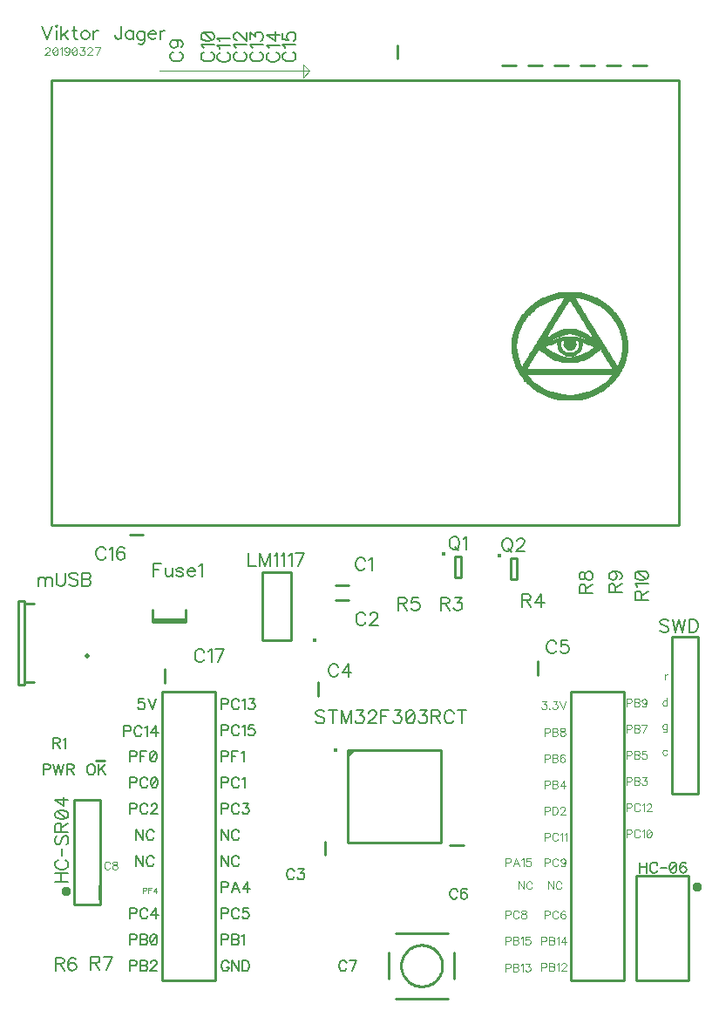
<source format=gto>
G04 DipTrace 3.3.1.3*
G04 ViktorJager_MessageDisplay.GTO*
%MOMM*%
G04 #@! TF.FileFunction,Legend,Top*
G04 #@! TF.Part,Single*
%ADD10C,0.25*%
%ADD12C,0.0762*%
%ADD18C,0.1*%
%ADD22O,0.9525X0.95199*%
%ADD28O,0.9525X0.95301*%
%ADD29O,0.39193X0.39124*%
%ADD32O,0.5008X0.4993*%
%ADD37O,0.39191X0.39105*%
%ADD39C,0.3991*%
%ADD91C,0.19608*%
%ADD92C,0.15686*%
%ADD93C,0.11765*%
%ADD94C,0.07843*%
%FSLAX35Y35*%
G04*
G71*
G90*
G75*
G01*
G04 TopSilk*
%LPD*%
X3587439Y367877D2*
D10*
X3587926Y381825D1*
X3589386Y395706D1*
X3591811Y409451D1*
X3595189Y422994D1*
X3599504Y436268D1*
X3604735Y449208D1*
X3610857Y461753D1*
X3617839Y473840D1*
X3625647Y485411D1*
X3634244Y496409D1*
X3643588Y506782D1*
X3653633Y516477D1*
X3664330Y525448D1*
X3675627Y533652D1*
X3687470Y541048D1*
X3699799Y547601D1*
X3712556Y553278D1*
X3725678Y558051D1*
X3739101Y561898D1*
X3752760Y564800D1*
X3766588Y566743D1*
X3780518Y567716D1*
X3794482D1*
X3808412Y566743D1*
X3822240Y564800D1*
X3835899Y561898D1*
X3849322Y558051D1*
X3862444Y553278D1*
X3875201Y547601D1*
X3887530Y541048D1*
X3899373Y533652D1*
X3910670Y525448D1*
X3921367Y516477D1*
X3931412Y506782D1*
X3940756Y496409D1*
X3949353Y485411D1*
X3957161Y473840D1*
X3964143Y461753D1*
X3970265Y449208D1*
X3975496Y436268D1*
X3979811Y422994D1*
X3983189Y409451D1*
X3985614Y395706D1*
X3987074Y381825D1*
X3987561Y367877D1*
X3987074Y353928D1*
X3985614Y340047D1*
X3983189Y326302D1*
X3979811Y312760D1*
X3975496Y299486D1*
X3970265Y286545D1*
X3964143Y274000D1*
X3957161Y261913D1*
X3949353Y250342D1*
X3940756Y239344D1*
X3931412Y228972D1*
X3921367Y219276D1*
X3910670Y210305D1*
X3899373Y202101D1*
X3887530Y194705D1*
X3875201Y188152D1*
X3862444Y182476D1*
X3849322Y177702D1*
X3835899Y173855D1*
X3822240Y170953D1*
X3808412Y169011D1*
X3794482Y168037D1*
X3780518D1*
X3766588Y169011D1*
X3752760Y170953D1*
X3739101Y173855D1*
X3725678Y177702D1*
X3712556Y182476D1*
X3699799Y188152D1*
X3687470Y194705D1*
X3675627Y202101D1*
X3664330Y210305D1*
X3653633Y219276D1*
X3643588Y228972D1*
X3634244Y239344D1*
X3625647Y250342D1*
X3617839Y261913D1*
X3610857Y274000D1*
X3604735Y286545D1*
X3599504Y299486D1*
X3595189Y312760D1*
X3591811Y326302D1*
X3589386Y340047D1*
X3587926Y353928D1*
X3587439Y367877D1*
X3470055Y494877D2*
Y240877D1*
X3533495Y50377D2*
X4041505D1*
X3533495Y685377D2*
X4041505D1*
X4104945Y494877D2*
Y240877D1*
X3081200Y4058947D2*
X2951300D1*
Y3919303D2*
X3081200D1*
X2851427Y1573077D2*
Y1443177D1*
X2784197Y2987800D2*
Y3117700D1*
X4911447Y3189427D2*
Y3319327D1*
X4062550Y1533803D2*
X4192450D1*
X656947Y1014550D2*
Y1144450D1*
X3549927Y9304200D2*
Y9174300D1*
X4700450Y9107197D2*
X4570550D1*
X4954450D2*
X4824550D1*
X5208450D2*
X5078550D1*
X5462450D2*
X5332550D1*
X5716450D2*
X5586550D1*
X5970450D2*
X5840550D1*
X951050Y4554803D2*
X1080950D1*
X1292447Y3114800D2*
Y3244700D1*
X6381750Y1243000D2*
X5873750D1*
Y227000D1*
X6381750D1*
Y1243000D1*
D22*
X6461125Y1131900D3*
X1493640Y3725755D2*
D10*
X1173360D1*
X1493640Y3706673D2*
X1173360D1*
X1493640D2*
X1493504Y3826907D1*
X1173360Y3706673D2*
X1173496Y3826907D1*
X1782000Y3024000D2*
X1266000D1*
Y224000D1*
X1782000D1*
Y3024000D1*
X5750750D2*
X5234750D1*
Y224000D1*
X5750750D1*
Y3024000D1*
X412737Y957250D2*
X666750D1*
Y1973250D1*
X412737D1*
Y957250D1*
D28*
X333375Y1084250D3*
X706750Y2359750D2*
D10*
X626750D1*
D29*
X2743694Y3526894D3*
X2516999Y3524254D2*
D10*
Y4184222D1*
X2237001Y3524254D2*
Y4184222D1*
X2516999D2*
X2237001D1*
X2516999Y3524254D2*
X2237001D1*
X20178Y3120265D2*
X-69760D1*
X-69834Y3880224D2*
X20178D1*
D32*
X535208Y3370243D3*
X-69760Y3905255D2*
D10*
Y3095235D1*
Y3905255D2*
X-129768D1*
X-69760Y3095235D2*
X-129768D1*
Y3905255D2*
Y3095235D1*
D37*
X4004812Y4360476D3*
X4112183Y4337110D2*
D10*
Y4137138D1*
X4172281D1*
Y4337110D1*
X4112183D1*
D37*
X4544562Y4344602D3*
X4651933Y4321236D2*
D10*
Y4121265D1*
X4712031D1*
Y4321236D1*
X4651933D1*
X3072690Y2461060D2*
X3972810D1*
Y1560940D1*
X3072690D1*
Y2461060D1*
G36*
D2*
Y2380980D1*
X3152770Y2461060D1*
X3072690D1*
G37*
D39*
X2952765Y2456055D3*
X6222995Y2036820D2*
D10*
X6476998D1*
Y3560680D1*
X6222995D1*
Y2036820D1*
X190500Y4640250D2*
Y8958250D1*
X6286500D1*
Y4640250D1*
X190500D1*
X1301750Y9053500D2*
D18*
X2698750D1*
X2635250Y9117000D1*
X2698750Y9053500D2*
X2635250Y8990000D1*
Y9117000D2*
Y8990000D1*
X1301750Y9053500D2*
X1238250D1*
X5125720Y6903720D2*
D12*
X5323840D1*
X5095050Y6896100D2*
X5352822D1*
X5066675Y6888480D2*
X5380109D1*
X5041205Y6880860D2*
X5405223D1*
X5018597Y6873240D2*
X5428052D1*
X4998588Y6865620D2*
X5448354D1*
X4980517Y6858000D2*
X5466350D1*
X4964289Y6850380D2*
X5138750D1*
X5172647D2*
X5279327D1*
X5313485D2*
X5482645D1*
X4949360Y6842760D2*
X5103701D1*
X5167184D2*
X5281514D1*
X5345967D2*
X5497480D1*
X4934881Y6835140D2*
X5074303D1*
X5162538D2*
X5284726D1*
X5374756D2*
X5511088D1*
X4920979Y6827520D2*
X5048995D1*
X5158346D2*
X5288887D1*
X5399923D2*
X5524190D1*
X4908035Y6819900D2*
X5026428D1*
X5154359D2*
X5217450D1*
X5232110D2*
X5293641D1*
X5421960D2*
X5537130D1*
X4896095Y6812280D2*
X5006114D1*
X5150216D2*
X5210807D1*
X5238723D2*
X5298249D1*
X5441501D2*
X5549551D1*
X4885279Y6804660D2*
X4988480D1*
X5145420D2*
X5205043D1*
X5244249D2*
X5302541D1*
X5458822D2*
X5561248D1*
X4875537Y6797040D2*
X4973044D1*
X5139772D2*
X5199645D1*
X5248914D2*
X5306815D1*
X5474172D2*
X5571963D1*
X4866029Y6789420D2*
X4958962D1*
X5133982D2*
X5194325D1*
X5253112D2*
X5311445D1*
X5487793D2*
X5581666D1*
X4856182Y6781800D2*
X4946014D1*
X5128598D2*
X5189267D1*
X5257101D2*
X5316420D1*
X5500296D2*
X5591158D1*
X4846447Y6774180D2*
X4933849D1*
X5123354D2*
X5184191D1*
X5261214D2*
X5321337D1*
X5512393D2*
X5601000D1*
X4837437Y6766560D2*
X4922089D1*
X5118123D2*
X5179035D1*
X5265772D2*
X5326358D1*
X5524461D2*
X5610734D1*
X4829088Y6758940D2*
X4910564D1*
X5113323D2*
X5174266D1*
X5270687D2*
X5331495D1*
X5536086D2*
X5619743D1*
X4821137Y6751320D2*
X4899406D1*
X5108989D2*
X5169913D1*
X5275355D2*
X5336257D1*
X5546541D2*
X5628062D1*
X4813381Y6743700D2*
X4889498D1*
X5104927D2*
X5165617D1*
X5279669D2*
X5340608D1*
X5556231D2*
X5635715D1*
X4805709Y6736080D2*
X4881034D1*
X5100990D2*
X5160979D1*
X5283951D2*
X5344904D1*
X5565567D2*
X5642204D1*
X4798100Y6728460D2*
X4877245D1*
X5096896D2*
X5156001D1*
X5288584D2*
X5349542D1*
X5574288D2*
X5646810D1*
X4790771Y6720840D2*
X4859020D1*
X5092345D2*
X5151083D1*
X5293559D2*
X5354519D1*
X5582484D2*
X5649576D1*
X4784415Y6713220D2*
X4852632D1*
X5087432D2*
X5146062D1*
X5298507D2*
X5359437D1*
X5590367D2*
X5666740D1*
X4779861Y6705600D2*
X4846205D1*
X5082764D2*
X5140925D1*
X5303766D2*
X5364458D1*
X5598095D2*
X5670813D1*
X4777114Y6697980D2*
X4841313D1*
X5078451D2*
X5136163D1*
X5309606D2*
X5369595D1*
X5605757D2*
X5675976D1*
X4759960Y6690360D2*
X4838289D1*
X5074139D2*
X5131812D1*
X5315222D2*
X5374357D1*
X5613362D2*
X5681518D1*
X4757035Y6682740D2*
X4820920D1*
X5069268D2*
X5127516D1*
X5319702D2*
X5378708D1*
X5620720D2*
X5686822D1*
X4753522Y6675120D2*
X4816847D1*
X5063589D2*
X5122878D1*
X5323373D2*
X5383004D1*
X5627370D2*
X5692259D1*
X4749251Y6667500D2*
X4811684D1*
X5057818D2*
X5117931D1*
X5327388D2*
X5387642D1*
X5633166D2*
X5698207D1*
X4744428Y6659880D2*
X4806142D1*
X5052668D2*
X5113251D1*
X5331982D2*
X5392589D1*
X5638803D2*
X5704092D1*
X4739569Y6652260D2*
X4800868D1*
X5048156D2*
X5108933D1*
X5336710D2*
X5397269D1*
X5644826D2*
X5709287D1*
X4734600Y6644640D2*
X4795669D1*
X5044016D2*
X5104650D1*
X5341650D2*
X5401557D1*
X5650738D2*
X5713816D1*
X4729709Y6637020D2*
X4790424D1*
X5040048D2*
X5100016D1*
X5346754D2*
X5405602D1*
X5655942D2*
X5717961D1*
X4725652Y6629400D2*
X4785393D1*
X5035913D2*
X5095041D1*
X5351504D2*
X5409533D1*
X5660504D2*
X5721901D1*
X4722186Y6621780D2*
X4780327D1*
X5031119D2*
X5090123D1*
X5355851D2*
X5413654D1*
X5664918D2*
X5725769D1*
X4718258Y6614160D2*
X4775173D1*
X5025471D2*
X5085102D1*
X5360144D2*
X5418443D1*
X5669830D2*
X5729592D1*
X4713728Y6606540D2*
X4770405D1*
X5019712D2*
X5079965D1*
X5364782D2*
X5424089D1*
X5675493D2*
X5733415D1*
X4709280Y6598920D2*
X4766082D1*
X5014566D2*
X5075203D1*
X5369729D2*
X5429878D1*
X5681032D2*
X5737221D1*
X4705317Y6591300D2*
X4762025D1*
X5010055D2*
X5070852D1*
X5374409D2*
X5435262D1*
X5685450D2*
X5741008D1*
X4702039Y6583680D2*
X4758119D1*
X5005916D2*
X5066556D1*
X5378727D2*
X5440476D1*
X5688871D2*
X5744574D1*
X4699243Y6576060D2*
X4754264D1*
X5001948D2*
X5061918D1*
X5383010D2*
X5445469D1*
X5692149D2*
X5747657D1*
X4696256Y6568440D2*
X4750446D1*
X4997843D2*
X5056941D1*
X5387644D2*
X5449565D1*
X5695620D2*
X5750369D1*
X4692936Y6560820D2*
X4746654D1*
X4993287D2*
X5052023D1*
X5392619D2*
X5453076D1*
X5699248D2*
X5753323D1*
X4689623Y6553200D2*
X4743087D1*
X4988372D2*
X5047002D1*
X5397537D2*
X5457247D1*
X5702957D2*
X5756630D1*
X4686873Y6545580D2*
X4740003D1*
X4983705D2*
X5041865D1*
X5171440D2*
X5278120D1*
X5402558D2*
X5462512D1*
X5706462D2*
X5759939D1*
X4684931Y6537960D2*
X4737321D1*
X4979391D2*
X5037103D1*
X5147473D2*
X5299773D1*
X5407725D2*
X5468082D1*
X5709296D2*
X5762658D1*
X4683112Y6530340D2*
X4734604D1*
X4975079D2*
X5032752D1*
X5125508D2*
X5320446D1*
X5412725D2*
X5473146D1*
X5711270D2*
X5764362D1*
X4680880Y6522720D2*
X4732001D1*
X4970208D2*
X5028456D1*
X5106272D2*
X5340064D1*
X5417779D2*
X5477653D1*
X5713102D2*
X5765477D1*
X4678505Y6515100D2*
X4729546D1*
X4964529D2*
X5023818D1*
X5089077D2*
X5358466D1*
X5422929D2*
X5482019D1*
X5715338D2*
X5766825D1*
X4676147Y6507480D2*
X4726955D1*
X4958758D2*
X5018871D1*
X5073234D2*
X5375302D1*
X5427695D2*
X5486685D1*
X5717714D2*
X5768833D1*
X4673594Y6499860D2*
X4724657D1*
X4953608D2*
X5014191D1*
X5058644D2*
X5189995D1*
X5259565D2*
X5390461D1*
X5432048D2*
X5491673D1*
X5720073D2*
X5771113D1*
X4671310Y6492240D2*
X4723157D1*
X4949096D2*
X5009879D1*
X5045388D2*
X5159526D1*
X5290034D2*
X5403988D1*
X5436372D2*
X5496595D1*
X5722626D2*
X5773434D1*
X4669815Y6484620D2*
X4722129D1*
X4944956D2*
X5005636D1*
X5033250D2*
X5134925D1*
X5314635D2*
X5416240D1*
X5441257D2*
X5501618D1*
X5724910D2*
X5775973D1*
X4668788Y6477000D2*
X4720815D1*
X4940988D2*
X5001090D1*
X5022043D2*
X5115615D1*
X5333945D2*
X5427493D1*
X5447076D2*
X5506755D1*
X5726375D2*
X5778253D1*
X4667475Y6469380D2*
X4718850D1*
X4936853D2*
X4996180D1*
X5011420D2*
X5099946D1*
X5171440D2*
X5278120D1*
X5349614D2*
X5438140D1*
X5453380D2*
X5511517D1*
X5727164D2*
X5779716D1*
X4665510Y6461760D2*
X4716842D1*
X4932059D2*
X5085980D1*
X5132387D2*
X5316696D1*
X5363580D2*
X5515868D1*
X5727774D2*
X5780504D1*
X4663502Y6454140D2*
X4715494D1*
X4926411D2*
X5072380D1*
X5095240D2*
X5354320D1*
X5377180D2*
X5520164D1*
X5728885D2*
X5781114D1*
X4662154Y6446520D2*
X4714751D1*
X4920652D2*
X5057140D1*
X5072380D2*
X5377180D1*
X5392420D2*
X5524802D1*
X5730764D2*
X5782225D1*
X4661440Y6438900D2*
X4714157D1*
X4915506D2*
X5529779D1*
X5732737D2*
X5784104D1*
X4661115Y6431280D2*
X4713052D1*
X4910995D2*
X5142458D1*
X5170262D2*
X5279298D1*
X5307102D2*
X5534697D1*
X5734073D2*
X5786077D1*
X4660980Y6423660D2*
X4711175D1*
X4906856D2*
X5138001D1*
X5168373D2*
X5281187D1*
X5311559D2*
X5539718D1*
X5734782D2*
X5787413D1*
X4660929Y6416040D2*
X4709202D1*
X4902888D2*
X5080320D1*
X5102860D2*
X5135449D1*
X5166400D2*
X5283160D1*
X5314111D2*
X5346700D1*
X5371655D2*
X5544855D1*
X5735106D2*
X5788122D1*
X4660910Y6408420D2*
X4707867D1*
X4898783D2*
X5058705D1*
X5102890D2*
X5134212D1*
X5165096D2*
X5284464D1*
X5315348D2*
X5346670D1*
X5389964D2*
X5549617D1*
X5735240D2*
X5788446D1*
X4660903Y6400800D2*
X4707158D1*
X4894227D2*
X5038649D1*
X5103158D2*
X5133706D1*
X5164655D2*
X5284905D1*
X5315854D2*
X5346402D1*
X5408300D2*
X5553968D1*
X5735291D2*
X5788580D1*
X4660901Y6393180D2*
X4706834D1*
X4889283D2*
X5019651D1*
X5104129D2*
X5133761D1*
X5165332D2*
X5284228D1*
X5315799D2*
X5345431D1*
X5426136D2*
X5558264D1*
X5735310D2*
X5788631D1*
X4660900Y6385560D2*
X4706700D1*
X4884377D2*
X5000504D1*
X5105954D2*
X5134682D1*
X5167321D2*
X5282239D1*
X5314878D2*
X5343606D1*
X5443696D2*
X5562902D1*
X5735317D2*
X5788650D1*
X4660900Y6377940D2*
X4706678D1*
X4879360D2*
X4980940D1*
X5107937D2*
X5136746D1*
X5170522D2*
X5279038D1*
X5312814D2*
X5341623D1*
X5461000D2*
X5567849D1*
X5735319D2*
X5788657D1*
X4660900Y6370320D2*
X4706928D1*
X4874224D2*
X4990680D1*
X5109534D2*
X5139721D1*
X5175216D2*
X5274344D1*
X5309839D2*
X5340026D1*
X5453350D2*
X5572529D1*
X5735320D2*
X5788659D1*
X4660900Y6362700D2*
X4707892D1*
X4869462D2*
X5000407D1*
X5111242D2*
X5143437D1*
X5182135D2*
X5267425D1*
X5306123D2*
X5338318D1*
X5445433D2*
X5576847D1*
X5735320D2*
X5788660D1*
X4660900Y6355080D2*
X4709715D1*
X4865112D2*
X5010902D1*
X5113687D2*
X5148366D1*
X5191391D2*
X5258169D1*
X5301194D2*
X5335873D1*
X5436574D2*
X5581130D1*
X5735320D2*
X5788630D1*
X4660900Y6347460D2*
X4711668D1*
X4860787D2*
X4921158D1*
X4935510D2*
X5022427D1*
X5117044D2*
X5155228D1*
X5201920D2*
X5247640D1*
X5294332D2*
X5332516D1*
X5426128D2*
X5513162D1*
X5530787D2*
X5585764D1*
X5735290D2*
X5788362D1*
X4660900Y6339840D2*
X4712997D1*
X4855911D2*
X4915457D1*
X4944107D2*
X5034665D1*
X5121518D2*
X5164260D1*
X5285300D2*
X5328042D1*
X5414431D2*
X5503623D1*
X5532974D2*
X5590739D1*
X5735022D2*
X5787391D1*
X4660930Y6332220D2*
X4713733D1*
X4850230D2*
X4910077D1*
X4953553D2*
X5046859D1*
X5127320D2*
X5175016D1*
X5274544D2*
X5322269D1*
X5402260D2*
X5493763D1*
X5536186D2*
X5595657D1*
X5734051D2*
X5785566D1*
X4661198Y6324600D2*
X4714324D1*
X4844458D2*
X4904793D1*
X4963157D2*
X5058984D1*
X5134324D2*
X5186680D1*
X5262880D2*
X5315504D1*
X5389510D2*
X5483837D1*
X5540347D2*
X5600678D1*
X5732226D2*
X5783613D1*
X4662169Y6316980D2*
X4715429D1*
X4839308D2*
X4899974D1*
X4972374D2*
X5071660D1*
X5142812D2*
X5307719D1*
X5375783D2*
X5473684D1*
X5545101D2*
X5605815D1*
X5730273D2*
X5782254D1*
X4663994Y6309360D2*
X4717305D1*
X4834796D2*
X4895602D1*
X4981702D2*
X5085625D1*
X5153364D2*
X5298017D1*
X5360973D2*
X5463757D1*
X5549709D2*
X5610577D1*
X5728944D2*
X5781279D1*
X4665977Y6301740D2*
X4719278D1*
X4830656D2*
X4891300D1*
X4991767D2*
X5101855D1*
X5165962D2*
X5285502D1*
X5344221D2*
X5454376D1*
X5554001D2*
X5614899D1*
X5728207D2*
X5779985D1*
X4667574Y6294120D2*
X4720643D1*
X4826688D2*
X4886660D1*
X5002714D2*
X5121809D1*
X5179877D2*
X5270764D1*
X5323497D2*
X5444729D1*
X5558275D2*
X5618956D1*
X5727616D2*
X5778026D1*
X4669252Y6286500D2*
X4721620D1*
X4822583D2*
X4881682D1*
X5014570D2*
X5146124D1*
X5194300D2*
X5255260D1*
X5297138D2*
X5433674D1*
X5562905D2*
X5622890D1*
X5726511D2*
X5775991D1*
X4671400Y6278880D2*
X4722915D1*
X4818027D2*
X4876763D1*
X5027230D2*
X5173431D1*
X5265855D2*
X5420866D1*
X5567880D2*
X5627014D1*
X5724605D2*
X5774376D1*
X4673517Y6271260D2*
X4724903D1*
X4813112D2*
X4871742D1*
X5040464D2*
X5406786D1*
X5572797D2*
X5631803D1*
X5722365D2*
X5772691D1*
X4675166Y6263640D2*
X4727177D1*
X4808445D2*
X4866605D1*
X5054501D2*
X5391796D1*
X5577818D2*
X5637449D1*
X5720058D2*
X5770541D1*
X4676862Y6256020D2*
X4729495D1*
X4804131D2*
X4861843D1*
X5069678D2*
X5375732D1*
X5582955D2*
X5643238D1*
X5717494D2*
X5768423D1*
X4679047Y6248400D2*
X4732034D1*
X4799849D2*
X4857492D1*
X5086908D2*
X5358163D1*
X5587717D2*
X5648622D1*
X5714949D2*
X5766775D1*
X4681404Y6240780D2*
X4734342D1*
X4795216D2*
X4853196D1*
X5107394D2*
X5338622D1*
X5592068D2*
X5653836D1*
X5712485D2*
X5765078D1*
X4683756Y6233160D2*
X4736074D1*
X4790241D2*
X4848558D1*
X5131000D2*
X5316738D1*
X5596364D2*
X5658829D1*
X5709634D2*
X5762893D1*
X4686337Y6225540D2*
X4737833D1*
X4785323D2*
X4843611D1*
X5156200D2*
X5293360D1*
X5601002D2*
X5662918D1*
X5706361D2*
X5760536D1*
X4688888Y6217920D2*
X4740292D1*
X4780324D2*
X4838931D1*
X5605979D2*
X5666345D1*
X5702997D2*
X5758184D1*
X4691324Y6210300D2*
X4743582D1*
X4775370D2*
X4834643D1*
X5610897D2*
X5670112D1*
X5699928D2*
X5755603D1*
X4693938Y6202680D2*
X4747687D1*
X4771161D2*
X4830598D1*
X5615918D2*
X5674360D1*
X5697220D2*
X5753052D1*
X4696531Y6195060D2*
X4752340D1*
X4767580D2*
X4826667D1*
X5621085D2*
X5750586D1*
X4699240Y6187440D2*
X4822546D1*
X5626115D2*
X5747705D1*
X4702826Y6179820D2*
X4817727D1*
X5631437D2*
X5744170D1*
X4707215Y6172200D2*
X4811819D1*
X5637581D2*
X5739904D1*
X4711639Y6164580D2*
X4805104D1*
X5644399D2*
X5735336D1*
X4715821Y6156960D2*
X5731412D1*
X4719825Y6149340D2*
X5727997D1*
X4723711Y6141720D2*
X5724088D1*
X4727559Y6134100D2*
X5719565D1*
X4731405Y6126480D2*
X5715090D1*
X4735493Y6118860D2*
X5710859D1*
X4740270Y6111240D2*
X5706580D1*
X4745912Y6103620D2*
X4814798D1*
X5637438D2*
X5701722D1*
X4751699Y6096000D2*
X4817961D1*
X5631707D2*
X5696047D1*
X4757112Y6088380D2*
X4823029D1*
X5626060D2*
X5690247D1*
X4762594Y6080760D2*
X4829412D1*
X5619774D2*
X5684830D1*
X4768528Y6073140D2*
X4836496D1*
X5612862D2*
X5679317D1*
X4774154Y6065520D2*
X4843903D1*
X5605566D2*
X5673084D1*
X4778376Y6057900D2*
X4851443D1*
X5598080D2*
X5666192D1*
X4780982Y6050280D2*
X4859064D1*
X5590482D2*
X5658903D1*
X4798060Y6042660D2*
X4866942D1*
X5582583D2*
X5651419D1*
X4802192Y6035040D2*
X4875530D1*
X5573760D2*
X5643851D1*
X4807862Y6027420D2*
X4885004D1*
X5563584D2*
X5636250D1*
X4815107Y6019800D2*
X4894845D1*
X5552890D2*
X5628637D1*
X4823358Y6012180D2*
X4904795D1*
X5542811D2*
X5621019D1*
X4831879Y6004560D2*
X4915215D1*
X5532987D2*
X5613370D1*
X4840624Y5996940D2*
X4926112D1*
X5522443D2*
X5605482D1*
X4849578Y5989320D2*
X4937347D1*
X5510650D2*
X5596861D1*
X4858432Y5981700D2*
X4949216D1*
X5497414D2*
X5587149D1*
X4867805Y5974080D2*
X4962601D1*
X5483128D2*
X5576604D1*
X4878491Y5966460D2*
X4978209D1*
X5468050D2*
X5565800D1*
X4890258Y5958840D2*
X4995566D1*
X5451952D2*
X5555222D1*
X4902200Y5951220D2*
X5014142D1*
X5434356D2*
X5544681D1*
X4913993Y5943600D2*
X5034246D1*
X5414589D2*
X5533127D1*
X4925900Y5935980D2*
X5057189D1*
X5391245D2*
X5520085D1*
X4938699Y5928360D2*
X5085317D1*
X5362672D2*
X5505906D1*
X4953468Y5920740D2*
X5120900D1*
X5328227D2*
X5490877D1*
X4970446Y5913120D2*
X5163597D1*
X5288976D2*
X5474829D1*
X4988681Y5905500D2*
X5457539D1*
X5007525Y5897880D2*
X5439043D1*
X5028303Y5890260D2*
X5418794D1*
X5052758Y5882640D2*
X5395269D1*
X5081582Y5875020D2*
X5367199D1*
X5114230Y5867400D2*
X5335012D1*
X5148580Y5859780D2*
X5300980D1*
X5125720Y6903720D2*
X5095050Y6896100D1*
X5066675Y6888480D1*
X5041205Y6880860D1*
X5018597Y6873240D1*
X4998588Y6865620D1*
X4980517Y6858000D1*
X4964289Y6850380D1*
X4949360Y6842760D1*
X4934881Y6835140D1*
X4920979Y6827520D1*
X4908035Y6819900D1*
X4896095Y6812280D1*
X4885279Y6804660D1*
X4875537Y6797040D1*
X4866029Y6789420D1*
X4856182Y6781800D1*
X4846447Y6774180D1*
X4837437Y6766560D1*
X4829088Y6758940D1*
X4821137Y6751320D1*
X4813381Y6743700D1*
X4805709Y6736080D1*
X4798100Y6728460D1*
X4790771Y6720840D1*
X4784415Y6713220D1*
X4779861Y6705600D1*
X4777114Y6697980D1*
X4775200Y6690360D1*
X4759960D1*
X4757035Y6682740D1*
X4753522Y6675120D1*
X4749251Y6667500D1*
X4744428Y6659880D1*
X4739569Y6652260D1*
X4734600Y6644640D1*
X4729709Y6637020D1*
X4725652Y6629400D1*
X4722186Y6621780D1*
X4718258Y6614160D1*
X4713728Y6606540D1*
X4709280Y6598920D1*
X4705317Y6591300D1*
X4702039Y6583680D1*
X4699243Y6576060D1*
X4696256Y6568440D1*
X4692936Y6560820D1*
X4689623Y6553200D1*
X4686873Y6545580D1*
X4684931Y6537960D1*
X4683112Y6530340D1*
X4680880Y6522720D1*
X4678505Y6515100D1*
X4676147Y6507480D1*
X4673594Y6499860D1*
X4671310Y6492240D1*
X4669815Y6484620D1*
X4668788Y6477000D1*
X4667475Y6469380D1*
X4665510Y6461760D1*
X4663502Y6454140D1*
X4662154Y6446520D1*
X4661440Y6438900D1*
X4661115Y6431280D1*
X4660980Y6423660D1*
X4660929Y6416040D1*
X4660910Y6408420D1*
X4660903Y6400800D1*
X4660901Y6393180D1*
X4660900Y6385560D1*
Y6377940D1*
Y6370320D1*
Y6362700D1*
Y6355080D1*
Y6347460D1*
Y6339840D1*
X4660930Y6332220D1*
X4661198Y6324600D1*
X4662169Y6316980D1*
X4663994Y6309360D1*
X4665977Y6301740D1*
X4667574Y6294120D1*
X4669252Y6286500D1*
X4671400Y6278880D1*
X4673517Y6271260D1*
X4675166Y6263640D1*
X4676862Y6256020D1*
X4679047Y6248400D1*
X4681404Y6240780D1*
X4683756Y6233160D1*
X4686337Y6225540D1*
X4688888Y6217920D1*
X4691324Y6210300D1*
X4693938Y6202680D1*
X4696531Y6195060D1*
X4699240Y6187440D1*
X4702826Y6179820D1*
X4707215Y6172200D1*
X4711639Y6164580D1*
X4715821Y6156960D1*
X4719825Y6149340D1*
X4723711Y6141720D1*
X4727559Y6134100D1*
X4731405Y6126480D1*
X4735493Y6118860D1*
X4740270Y6111240D1*
X4745912Y6103620D1*
X4751699Y6096000D1*
X4757112Y6088380D1*
X4762594Y6080760D1*
X4768528Y6073140D1*
X4774154Y6065520D1*
X4778376Y6057900D1*
X4780982Y6050280D1*
X4782820Y6042660D1*
X4798060D1*
X4802192Y6035040D1*
X4807862Y6027420D1*
X4815107Y6019800D1*
X4823358Y6012180D1*
X4831879Y6004560D1*
X4840624Y5996940D1*
X4849578Y5989320D1*
X4858432Y5981700D1*
X4867805Y5974080D1*
X4878491Y5966460D1*
X4890258Y5958840D1*
X4902200Y5951220D1*
X4913993Y5943600D1*
X4925900Y5935980D1*
X4938699Y5928360D1*
X4953468Y5920740D1*
X4970446Y5913120D1*
X4988681Y5905500D1*
X5007525Y5897880D1*
X5028303Y5890260D1*
X5052758Y5882640D1*
X5081582Y5875020D1*
X5114230Y5867400D1*
X5148580Y5859780D1*
X5323840Y6903720D2*
X5352822Y6896100D1*
X5380109Y6888480D1*
X5405223Y6880860D1*
X5428052Y6873240D1*
X5448354Y6865620D1*
X5466350Y6858000D1*
X5482645Y6850380D1*
X5497480Y6842760D1*
X5511088Y6835140D1*
X5524190Y6827520D1*
X5537130Y6819900D1*
X5549551Y6812280D1*
X5561248Y6804660D1*
X5571963Y6797040D1*
X5581666Y6789420D1*
X5591158Y6781800D1*
X5601000Y6774180D1*
X5610734Y6766560D1*
X5619743Y6758940D1*
X5628062Y6751320D1*
X5635715Y6743700D1*
X5642204Y6736080D1*
X5646810Y6728460D1*
X5649576Y6720840D1*
X5651500Y6713220D1*
X5666740D1*
X5670813Y6705600D1*
X5675976Y6697980D1*
X5681518Y6690360D1*
X5686822Y6682740D1*
X5692259Y6675120D1*
X5698207Y6667500D1*
X5704092Y6659880D1*
X5709287Y6652260D1*
X5713816Y6644640D1*
X5717961Y6637020D1*
X5721901Y6629400D1*
X5725769Y6621780D1*
X5729592Y6614160D1*
X5733415Y6606540D1*
X5737221Y6598920D1*
X5741008Y6591300D1*
X5744574Y6583680D1*
X5747657Y6576060D1*
X5750369Y6568440D1*
X5753323Y6560820D1*
X5756630Y6553200D1*
X5759939Y6545580D1*
X5762658Y6537960D1*
X5764362Y6530340D1*
X5765477Y6522720D1*
X5766825Y6515100D1*
X5768833Y6507480D1*
X5771113Y6499860D1*
X5773434Y6492240D1*
X5775973Y6484620D1*
X5778253Y6477000D1*
X5779716Y6469380D1*
X5780504Y6461760D1*
X5781114Y6454140D1*
X5782225Y6446520D1*
X5784104Y6438900D1*
X5786077Y6431280D1*
X5787413Y6423660D1*
X5788122Y6416040D1*
X5788446Y6408420D1*
X5788580Y6400800D1*
X5788631Y6393180D1*
X5788650Y6385560D1*
X5788657Y6377940D1*
X5788659Y6370320D1*
X5788660Y6362700D1*
X5788630Y6355080D1*
X5788362Y6347460D1*
X5787391Y6339840D1*
X5785566Y6332220D1*
X5783613Y6324600D1*
X5782254Y6316980D1*
X5781279Y6309360D1*
X5779985Y6301740D1*
X5778026Y6294120D1*
X5775991Y6286500D1*
X5774376Y6278880D1*
X5772691Y6271260D1*
X5770541Y6263640D1*
X5768423Y6256020D1*
X5766775Y6248400D1*
X5765078Y6240780D1*
X5762893Y6233160D1*
X5760536Y6225540D1*
X5758184Y6217920D1*
X5755603Y6210300D1*
X5753052Y6202680D1*
X5750586Y6195060D1*
X5747705Y6187440D1*
X5744170Y6179820D1*
X5739904Y6172200D1*
X5735336Y6164580D1*
X5731412Y6156960D1*
X5727997Y6149340D1*
X5724088Y6141720D1*
X5719565Y6134100D1*
X5715090Y6126480D1*
X5710859Y6118860D1*
X5706580Y6111240D1*
X5701722Y6103620D1*
X5696047Y6096000D1*
X5690247Y6088380D1*
X5684830Y6080760D1*
X5679317Y6073140D1*
X5673084Y6065520D1*
X5666192Y6057900D1*
X5658903Y6050280D1*
X5651419Y6042660D1*
X5643851Y6035040D1*
X5636250Y6027420D1*
X5628637Y6019800D1*
X5621019Y6012180D1*
X5613370Y6004560D1*
X5605482Y5996940D1*
X5596861Y5989320D1*
X5587149Y5981700D1*
X5576604Y5974080D1*
X5565800Y5966460D1*
X5555222Y5958840D1*
X5544681Y5951220D1*
X5533127Y5943600D1*
X5520085Y5935980D1*
X5505906Y5928360D1*
X5490877Y5920740D1*
X5474829Y5913120D1*
X5457539Y5905500D1*
X5439043Y5897880D1*
X5418794Y5890260D1*
X5395269Y5882640D1*
X5367199Y5875020D1*
X5335012Y5867400D1*
X5300980Y5859780D1*
X5179060Y6858000D2*
X5138750Y6850380D1*
X5103701Y6842760D1*
X5074303Y6835140D1*
X5048995Y6827520D1*
X5026428Y6819900D1*
X5006114Y6812280D1*
X4988480Y6804660D1*
X4973044Y6797040D1*
X4958962Y6789420D1*
X4946014Y6781800D1*
X4933849Y6774180D1*
X4922089Y6766560D1*
X4910564Y6758940D1*
X4899406Y6751320D1*
X4889498Y6743700D1*
X4881034Y6736080D1*
X4877245Y6728460D1*
X4874260Y6720840D1*
X4859020D1*
X4852632Y6713220D1*
X4846205Y6705600D1*
X4841313Y6697980D1*
X4838289Y6690360D1*
X4836160Y6682740D1*
X4820920D1*
X4816847Y6675120D1*
X4811684Y6667500D1*
X4806142Y6659880D1*
X4800868Y6652260D1*
X4795669Y6644640D1*
X4790424Y6637020D1*
X4785393Y6629400D1*
X4780327Y6621780D1*
X4775173Y6614160D1*
X4770405Y6606540D1*
X4766082Y6598920D1*
X4762025Y6591300D1*
X4758119Y6583680D1*
X4754264Y6576060D1*
X4750446Y6568440D1*
X4746654Y6560820D1*
X4743087Y6553200D1*
X4740003Y6545580D1*
X4737321Y6537960D1*
X4734604Y6530340D1*
X4732001Y6522720D1*
X4729546Y6515100D1*
X4726955Y6507480D1*
X4724657Y6499860D1*
X4723157Y6492240D1*
X4722129Y6484620D1*
X4720815Y6477000D1*
X4718850Y6469380D1*
X4716842Y6461760D1*
X4715494Y6454140D1*
X4714751Y6446520D1*
X4714157Y6438900D1*
X4713052Y6431280D1*
X4711175Y6423660D1*
X4709202Y6416040D1*
X4707867Y6408420D1*
X4707158Y6400800D1*
X4706834Y6393180D1*
X4706700Y6385560D1*
X4706678Y6377940D1*
X4706928Y6370320D1*
X4707892Y6362700D1*
X4709715Y6355080D1*
X4711668Y6347460D1*
X4712997Y6339840D1*
X4713733Y6332220D1*
X4714324Y6324600D1*
X4715429Y6316980D1*
X4717305Y6309360D1*
X4719278Y6301740D1*
X4720643Y6294120D1*
X4721620Y6286500D1*
X4722915Y6278880D1*
X4724903Y6271260D1*
X4727177Y6263640D1*
X4729495Y6256020D1*
X4732034Y6248400D1*
X4734342Y6240780D1*
X4736074Y6233160D1*
X4737833Y6225540D1*
X4740292Y6217920D1*
X4743582Y6210300D1*
X4747687Y6202680D1*
X4752340Y6195060D1*
X5179060Y6858000D2*
X5172647Y6850380D1*
X5167184Y6842760D1*
X5162538Y6835140D1*
X5158346Y6827520D1*
X5154359Y6819900D1*
X5150216Y6812280D1*
X5145420Y6804660D1*
X5139772Y6797040D1*
X5133982Y6789420D1*
X5128598Y6781800D1*
X5123354Y6774180D1*
X5118123Y6766560D1*
X5113323Y6758940D1*
X5108989Y6751320D1*
X5104927Y6743700D1*
X5100990Y6736080D1*
X5096896Y6728460D1*
X5092345Y6720840D1*
X5087432Y6713220D1*
X5082764Y6705600D1*
X5078451Y6697980D1*
X5074139Y6690360D1*
X5069268Y6682740D1*
X5063589Y6675120D1*
X5057818Y6667500D1*
X5052668Y6659880D1*
X5048156Y6652260D1*
X5044016Y6644640D1*
X5040048Y6637020D1*
X5035913Y6629400D1*
X5031119Y6621780D1*
X5025471Y6614160D1*
X5019712Y6606540D1*
X5014566Y6598920D1*
X5010055Y6591300D1*
X5005916Y6583680D1*
X5001948Y6576060D1*
X4997843Y6568440D1*
X4993287Y6560820D1*
X4988372Y6553200D1*
X4983705Y6545580D1*
X4979391Y6537960D1*
X4975079Y6530340D1*
X4970208Y6522720D1*
X4964529Y6515100D1*
X4958758Y6507480D1*
X4953608Y6499860D1*
X4949096Y6492240D1*
X4944956Y6484620D1*
X4940988Y6477000D1*
X4936853Y6469380D1*
X4932059Y6461760D1*
X4926411Y6454140D1*
X4920652Y6446520D1*
X4915506Y6438900D1*
X4910995Y6431280D1*
X4906856Y6423660D1*
X4902888Y6416040D1*
X4898783Y6408420D1*
X4894227Y6400800D1*
X4889283Y6393180D1*
X4884377Y6385560D1*
X4879360Y6377940D1*
X4874224Y6370320D1*
X4869462Y6362700D1*
X4865112Y6355080D1*
X4860787Y6347460D1*
X4855911Y6339840D1*
X4850230Y6332220D1*
X4844458Y6324600D1*
X4839308Y6316980D1*
X4834796Y6309360D1*
X4830656Y6301740D1*
X4826688Y6294120D1*
X4822583Y6286500D1*
X4818027Y6278880D1*
X4813112Y6271260D1*
X4808445Y6263640D1*
X4804131Y6256020D1*
X4799849Y6248400D1*
X4795216Y6240780D1*
X4790241Y6233160D1*
X4785323Y6225540D1*
X4780324Y6217920D1*
X4775370Y6210300D1*
X4771161Y6202680D1*
X4767580Y6195060D1*
X5278120Y6858000D2*
X5279327Y6850380D1*
X5281514Y6842760D1*
X5284726Y6835140D1*
X5288887Y6827520D1*
X5293641Y6819900D1*
X5298249Y6812280D1*
X5302541Y6804660D1*
X5306815Y6797040D1*
X5311445Y6789420D1*
X5316420Y6781800D1*
X5321337Y6774180D1*
X5326358Y6766560D1*
X5331495Y6758940D1*
X5336257Y6751320D1*
X5340608Y6743700D1*
X5344904Y6736080D1*
X5349542Y6728460D1*
X5354519Y6720840D1*
X5359437Y6713220D1*
X5364458Y6705600D1*
X5369595Y6697980D1*
X5374357Y6690360D1*
X5378708Y6682740D1*
X5383004Y6675120D1*
X5387642Y6667500D1*
X5392589Y6659880D1*
X5397269Y6652260D1*
X5401557Y6644640D1*
X5405602Y6637020D1*
X5409533Y6629400D1*
X5413654Y6621780D1*
X5418443Y6614160D1*
X5424089Y6606540D1*
X5429878Y6598920D1*
X5435262Y6591300D1*
X5440476Y6583680D1*
X5445469Y6576060D1*
X5449565Y6568440D1*
X5453076Y6560820D1*
X5457247Y6553200D1*
X5462512Y6545580D1*
X5468082Y6537960D1*
X5473146Y6530340D1*
X5477653Y6522720D1*
X5482019Y6515100D1*
X5486685Y6507480D1*
X5491673Y6499860D1*
X5496595Y6492240D1*
X5501618Y6484620D1*
X5506755Y6477000D1*
X5511517Y6469380D1*
X5515868Y6461760D1*
X5520164Y6454140D1*
X5524802Y6446520D1*
X5529779Y6438900D1*
X5534697Y6431280D1*
X5539718Y6423660D1*
X5544855Y6416040D1*
X5549617Y6408420D1*
X5553968Y6400800D1*
X5558264Y6393180D1*
X5562902Y6385560D1*
X5567849Y6377940D1*
X5572529Y6370320D1*
X5576847Y6362700D1*
X5581130Y6355080D1*
X5585764Y6347460D1*
X5590739Y6339840D1*
X5595657Y6332220D1*
X5600678Y6324600D1*
X5605815Y6316980D1*
X5610577Y6309360D1*
X5614899Y6301740D1*
X5618956Y6294120D1*
X5622890Y6286500D1*
X5627014Y6278880D1*
X5631803Y6271260D1*
X5637449Y6263640D1*
X5643238Y6256020D1*
X5648622Y6248400D1*
X5653836Y6240780D1*
X5658829Y6233160D1*
X5662918Y6225540D1*
X5666345Y6217920D1*
X5670112Y6210300D1*
X5674360Y6202680D1*
X5278120Y6858000D2*
X5313485Y6850380D1*
X5345967Y6842760D1*
X5374756Y6835140D1*
X5399923Y6827520D1*
X5421960Y6819900D1*
X5441501Y6812280D1*
X5458822Y6804660D1*
X5474172Y6797040D1*
X5487793Y6789420D1*
X5500296Y6781800D1*
X5512393Y6774180D1*
X5524461Y6766560D1*
X5536086Y6758940D1*
X5546541Y6751320D1*
X5556231Y6743700D1*
X5565567Y6736080D1*
X5574288Y6728460D1*
X5582484Y6720840D1*
X5590367Y6713220D1*
X5598095Y6705600D1*
X5605757Y6697980D1*
X5613362Y6690360D1*
X5620720Y6682740D1*
X5627370Y6675120D1*
X5633166Y6667500D1*
X5638803Y6659880D1*
X5644826Y6652260D1*
X5650738Y6644640D1*
X5655942Y6637020D1*
X5660504Y6629400D1*
X5664918Y6621780D1*
X5669830Y6614160D1*
X5675493Y6606540D1*
X5681032Y6598920D1*
X5685450Y6591300D1*
X5688871Y6583680D1*
X5692149Y6576060D1*
X5695620Y6568440D1*
X5699248Y6560820D1*
X5702957Y6553200D1*
X5706462Y6545580D1*
X5709296Y6537960D1*
X5711270Y6530340D1*
X5713102Y6522720D1*
X5715338Y6515100D1*
X5717714Y6507480D1*
X5720073Y6499860D1*
X5722626Y6492240D1*
X5724910Y6484620D1*
X5726375Y6477000D1*
X5727164Y6469380D1*
X5727774Y6461760D1*
X5728885Y6454140D1*
X5730764Y6446520D1*
X5732737Y6438900D1*
X5734073Y6431280D1*
X5734782Y6423660D1*
X5735106Y6416040D1*
X5735240Y6408420D1*
X5735291Y6400800D1*
X5735310Y6393180D1*
X5735317Y6385560D1*
X5735319Y6377940D1*
X5735320Y6370320D1*
Y6362700D1*
Y6355080D1*
X5735290Y6347460D1*
X5735022Y6339840D1*
X5734051Y6332220D1*
X5732226Y6324600D1*
X5730273Y6316980D1*
X5728944Y6309360D1*
X5728207Y6301740D1*
X5727616Y6294120D1*
X5726511Y6286500D1*
X5724605Y6278880D1*
X5722365Y6271260D1*
X5720058Y6263640D1*
X5717494Y6256020D1*
X5714949Y6248400D1*
X5712485Y6240780D1*
X5709634Y6233160D1*
X5706361Y6225540D1*
X5702997Y6217920D1*
X5699928Y6210300D1*
X5697220Y6202680D1*
X5224780Y6827520D2*
X5217450Y6819900D1*
X5210807Y6812280D1*
X5205043Y6804660D1*
X5199645Y6797040D1*
X5194325Y6789420D1*
X5189267Y6781800D1*
X5184191Y6774180D1*
X5179035Y6766560D1*
X5174266Y6758940D1*
X5169913Y6751320D1*
X5165617Y6743700D1*
X5160979Y6736080D1*
X5156001Y6728460D1*
X5151083Y6720840D1*
X5146062Y6713220D1*
X5140925Y6705600D1*
X5136163Y6697980D1*
X5131812Y6690360D1*
X5127516Y6682740D1*
X5122878Y6675120D1*
X5117931Y6667500D1*
X5113251Y6659880D1*
X5108933Y6652260D1*
X5104650Y6644640D1*
X5100016Y6637020D1*
X5095041Y6629400D1*
X5090123Y6621780D1*
X5085102Y6614160D1*
X5079965Y6606540D1*
X5075203Y6598920D1*
X5070852Y6591300D1*
X5066556Y6583680D1*
X5061918Y6576060D1*
X5056941Y6568440D1*
X5052023Y6560820D1*
X5047002Y6553200D1*
X5041865Y6545580D1*
X5037103Y6537960D1*
X5032752Y6530340D1*
X5028456Y6522720D1*
X5023818Y6515100D1*
X5018871Y6507480D1*
X5014191Y6499860D1*
X5009879Y6492240D1*
X5005636Y6484620D1*
X5001090Y6477000D1*
X4996180Y6469380D1*
X5224780Y6827520D2*
X5232110Y6819900D1*
X5238723Y6812280D1*
X5244249Y6804660D1*
X5248914Y6797040D1*
X5253112Y6789420D1*
X5257101Y6781800D1*
X5261214Y6774180D1*
X5265772Y6766560D1*
X5270687Y6758940D1*
X5275355Y6751320D1*
X5279669Y6743700D1*
X5283951Y6736080D1*
X5288584Y6728460D1*
X5293559Y6720840D1*
X5298507Y6713220D1*
X5303766Y6705600D1*
X5309606Y6697980D1*
X5315222Y6690360D1*
X5319702Y6682740D1*
X5323373Y6675120D1*
X5327388Y6667500D1*
X5331982Y6659880D1*
X5336710Y6652260D1*
X5341650Y6644640D1*
X5346754Y6637020D1*
X5351504Y6629400D1*
X5355851Y6621780D1*
X5360144Y6614160D1*
X5364782Y6606540D1*
X5369729Y6598920D1*
X5374409Y6591300D1*
X5378727Y6583680D1*
X5383010Y6576060D1*
X5387644Y6568440D1*
X5392619Y6560820D1*
X5397537Y6553200D1*
X5402558Y6545580D1*
X5407725Y6537960D1*
X5412725Y6530340D1*
X5417779Y6522720D1*
X5422929Y6515100D1*
X5427695Y6507480D1*
X5432048Y6499860D1*
X5436372Y6492240D1*
X5441257Y6484620D1*
X5447076Y6477000D1*
X5453380Y6469380D1*
X5171440Y6545580D2*
X5147473Y6537960D1*
X5125508Y6530340D1*
X5106272Y6522720D1*
X5089077Y6515100D1*
X5073234Y6507480D1*
X5058644Y6499860D1*
X5045388Y6492240D1*
X5033250Y6484620D1*
X5022043Y6477000D1*
X5011420Y6469380D1*
X5278120Y6545580D2*
X5299773Y6537960D1*
X5320446Y6530340D1*
X5340064Y6522720D1*
X5358466Y6515100D1*
X5375302Y6507480D1*
X5390461Y6499860D1*
X5403988Y6492240D1*
X5416240Y6484620D1*
X5427493Y6477000D1*
X5438140Y6469380D1*
X5224780Y6507480D2*
X5189995Y6499860D1*
X5159526Y6492240D1*
X5134925Y6484620D1*
X5115615Y6477000D1*
X5099946Y6469380D1*
X5085980Y6461760D1*
X5072380Y6454140D1*
X5224780Y6507480D2*
X5259565Y6499860D1*
X5290034Y6492240D1*
X5314635Y6484620D1*
X5333945Y6477000D1*
X5349614Y6469380D1*
X5363580Y6461760D1*
X5377180Y6454140D1*
X5171440Y6469380D2*
X5132387Y6461760D1*
X5095240Y6454140D1*
X5278120Y6469380D2*
X5316696Y6461760D1*
X5354320Y6454140D1*
X5064760D2*
X5057140Y6446520D1*
X5072380D2*
X5377180D2*
X5384800Y6454140D2*
X5392420Y6446520D1*
X5148580Y6438900D2*
X5142458Y6431280D1*
X5138001Y6423660D1*
X5135449Y6416040D1*
X5134212Y6408420D1*
X5133706Y6400800D1*
X5133761Y6393180D1*
X5134682Y6385560D1*
X5136746Y6377940D1*
X5139721Y6370320D1*
X5143437Y6362700D1*
X5148366Y6355080D1*
X5155228Y6347460D1*
X5164260Y6339840D1*
X5175016Y6332220D1*
X5186680Y6324600D1*
X5171440Y6438900D2*
X5170262Y6431280D1*
X5168373Y6423660D1*
X5166400Y6416040D1*
X5165096Y6408420D1*
X5164655Y6400800D1*
X5165332Y6393180D1*
X5167321Y6385560D1*
X5170522Y6377940D1*
X5175216Y6370320D1*
X5182135Y6362700D1*
X5191391Y6355080D1*
X5201920Y6347460D1*
X5278120Y6438900D2*
X5279298Y6431280D1*
X5281187Y6423660D1*
X5283160Y6416040D1*
X5284464Y6408420D1*
X5284905Y6400800D1*
X5284228Y6393180D1*
X5282239Y6385560D1*
X5279038Y6377940D1*
X5274344Y6370320D1*
X5267425Y6362700D1*
X5258169Y6355080D1*
X5247640Y6347460D1*
X5300980Y6438900D2*
X5307102Y6431280D1*
X5311559Y6423660D1*
X5314111Y6416040D1*
X5315348Y6408420D1*
X5315854Y6400800D1*
X5315799Y6393180D1*
X5314878Y6385560D1*
X5312814Y6377940D1*
X5309839Y6370320D1*
X5306123Y6362700D1*
X5301194Y6355080D1*
X5294332Y6347460D1*
X5285300Y6339840D1*
X5274544Y6332220D1*
X5262880Y6324600D1*
X5102860Y6423660D2*
X5080320Y6416040D1*
X5058705Y6408420D1*
X5038649Y6400800D1*
X5019651Y6393180D1*
X5000504Y6385560D1*
X4980940Y6377940D1*
X4990680Y6370320D1*
X5000407Y6362700D1*
X5010902Y6355080D1*
X5022427Y6347460D1*
X5034665Y6339840D1*
X5046859Y6332220D1*
X5058984Y6324600D1*
X5071660Y6316980D1*
X5085625Y6309360D1*
X5101855Y6301740D1*
X5121809Y6294120D1*
X5146124Y6286500D1*
X5173431Y6278880D1*
X5201920Y6271260D1*
X5102860Y6423660D2*
Y6416040D1*
X5102890Y6408420D1*
X5103158Y6400800D1*
X5104129Y6393180D1*
X5105954Y6385560D1*
X5107937Y6377940D1*
X5109534Y6370320D1*
X5111242Y6362700D1*
X5113687Y6355080D1*
X5117044Y6347460D1*
X5121518Y6339840D1*
X5127320Y6332220D1*
X5134324Y6324600D1*
X5142812Y6316980D1*
X5153364Y6309360D1*
X5165962Y6301740D1*
X5179877Y6294120D1*
X5194300Y6286500D1*
X5346700Y6423660D2*
Y6416040D1*
X5346670Y6408420D1*
X5346402Y6400800D1*
X5345431Y6393180D1*
X5343606Y6385560D1*
X5341623Y6377940D1*
X5340026Y6370320D1*
X5338318Y6362700D1*
X5335873Y6355080D1*
X5332516Y6347460D1*
X5328042Y6339840D1*
X5322269Y6332220D1*
X5315504Y6324600D1*
X5307719Y6316980D1*
X5298017Y6309360D1*
X5285502Y6301740D1*
X5270764Y6294120D1*
X5255260Y6286500D1*
X5354320Y6423660D2*
X5371655Y6416040D1*
X5389964Y6408420D1*
X5408300Y6400800D1*
X5426136Y6393180D1*
X5443696Y6385560D1*
X5461000Y6377940D1*
X5453350Y6370320D1*
X5445433Y6362700D1*
X5436574Y6355080D1*
X5426128Y6347460D1*
X5414431Y6339840D1*
X5402260Y6332220D1*
X5389510Y6324600D1*
X5375783Y6316980D1*
X5360973Y6309360D1*
X5344221Y6301740D1*
X5323497Y6294120D1*
X5297138Y6286500D1*
X5265855Y6278880D1*
X5232400Y6271260D1*
X4927600Y6355080D2*
X4921158Y6347460D1*
X4915457Y6339840D1*
X4910077Y6332220D1*
X4904793Y6324600D1*
X4899974Y6316980D1*
X4895602Y6309360D1*
X4891300Y6301740D1*
X4886660Y6294120D1*
X4881682Y6286500D1*
X4876763Y6278880D1*
X4871742Y6271260D1*
X4866605Y6263640D1*
X4861843Y6256020D1*
X4857492Y6248400D1*
X4853196Y6240780D1*
X4848558Y6233160D1*
X4843611Y6225540D1*
X4838931Y6217920D1*
X4834643Y6210300D1*
X4830598Y6202680D1*
X4826667Y6195060D1*
X4822546Y6187440D1*
X4817727Y6179820D1*
X4811819Y6172200D1*
X4805104Y6164580D1*
X4798060Y6156960D1*
X4927600Y6355080D2*
X4935510Y6347460D1*
X4944107Y6339840D1*
X4953553Y6332220D1*
X4963157Y6324600D1*
X4972374Y6316980D1*
X4981702Y6309360D1*
X4991767Y6301740D1*
X5002714Y6294120D1*
X5014570Y6286500D1*
X5027230Y6278880D1*
X5040464Y6271260D1*
X5054501Y6263640D1*
X5069678Y6256020D1*
X5086908Y6248400D1*
X5107394Y6240780D1*
X5131000Y6233160D1*
X5156200Y6225540D1*
X5521960Y6355080D2*
X5513162Y6347460D1*
X5503623Y6339840D1*
X5493763Y6332220D1*
X5483837Y6324600D1*
X5473684Y6316980D1*
X5463757Y6309360D1*
X5454376Y6301740D1*
X5444729Y6294120D1*
X5433674Y6286500D1*
X5420866Y6278880D1*
X5406786Y6271260D1*
X5391796Y6263640D1*
X5375732Y6256020D1*
X5358163Y6248400D1*
X5338622Y6240780D1*
X5316738Y6233160D1*
X5293360Y6225540D1*
X5529580Y6355080D2*
X5530787Y6347460D1*
X5532974Y6339840D1*
X5536186Y6332220D1*
X5540347Y6324600D1*
X5545101Y6316980D1*
X5549709Y6309360D1*
X5554001Y6301740D1*
X5558275Y6294120D1*
X5562905Y6286500D1*
X5567880Y6278880D1*
X5572797Y6271260D1*
X5577818Y6263640D1*
X5582955Y6256020D1*
X5587717Y6248400D1*
X5592068Y6240780D1*
X5596364Y6233160D1*
X5601002Y6225540D1*
X5605979Y6217920D1*
X5610897Y6210300D1*
X5615918Y6202680D1*
X5621085Y6195060D1*
X5626115Y6187440D1*
X5631437Y6179820D1*
X5637581Y6172200D1*
X5644399Y6164580D1*
X5651500Y6156960D1*
X4813300Y6111240D2*
X4814798Y6103620D1*
X4817961Y6096000D1*
X4823029Y6088380D1*
X4829412Y6080760D1*
X4836496Y6073140D1*
X4843903Y6065520D1*
X4851443Y6057900D1*
X4859064Y6050280D1*
X4866942Y6042660D1*
X4875530Y6035040D1*
X4885004Y6027420D1*
X4894845Y6019800D1*
X4904795Y6012180D1*
X4915215Y6004560D1*
X4926112Y5996940D1*
X4937347Y5989320D1*
X4949216Y5981700D1*
X4962601Y5974080D1*
X4978209Y5966460D1*
X4995566Y5958840D1*
X5014142Y5951220D1*
X5034246Y5943600D1*
X5057189Y5935980D1*
X5085317Y5928360D1*
X5120900Y5920740D1*
X5163597Y5913120D1*
X5209540Y5905500D1*
X5643880Y6111240D2*
X5637438Y6103620D1*
X5631707Y6096000D1*
X5626060Y6088380D1*
X5619774Y6080760D1*
X5612862Y6073140D1*
X5605566Y6065520D1*
X5598080Y6057900D1*
X5590482Y6050280D1*
X5582583Y6042660D1*
X5573760Y6035040D1*
X5563584Y6027420D1*
X5552890Y6019800D1*
X5542811Y6012180D1*
X5532987Y6004560D1*
X5522443Y5996940D1*
X5510650Y5989320D1*
X5497414Y5981700D1*
X5483128Y5974080D1*
X5468050Y5966460D1*
X5451952Y5958840D1*
X5434356Y5951220D1*
X5414589Y5943600D1*
X5391245Y5935980D1*
X5362672Y5928360D1*
X5328227Y5920740D1*
X5288976Y5913120D1*
X5247640Y5905500D1*
X3237715Y4299387D2*
D91*
X3231679Y4311460D1*
X3219465Y4323673D1*
X3207392Y4329710D1*
X3183106D1*
X3170892Y4323673D1*
X3158819Y4311460D1*
X3152642Y4299387D1*
X3146606Y4281137D1*
Y4250673D1*
X3152642Y4232564D1*
X3158819Y4220350D1*
X3170892Y4208277D1*
X3183106Y4202100D1*
X3207392D1*
X3219465Y4208277D1*
X3231679Y4220350D1*
X3237715Y4232564D1*
X3276931Y4305283D2*
X3289144Y4311460D1*
X3307394Y4329570D1*
Y4202100D1*
X3242160Y3767940D2*
X3236124Y3780013D1*
X3223910Y3792227D1*
X3211837Y3798263D1*
X3187551D1*
X3175337Y3792227D1*
X3163264Y3780013D1*
X3157087Y3767940D1*
X3151051Y3749690D1*
Y3719227D1*
X3157087Y3701117D1*
X3163264Y3688904D1*
X3175337Y3676831D1*
X3187551Y3670654D1*
X3211837D1*
X3223910Y3676831D1*
X3236124Y3688904D1*
X3242160Y3701117D1*
X3287553Y3767800D2*
Y3773836D1*
X3293590Y3786050D1*
X3299626Y3792086D1*
X3311840Y3798123D1*
X3336126D1*
X3348199Y3792086D1*
X3354236Y3786050D1*
X3360413Y3773836D1*
Y3761763D1*
X3354236Y3749550D1*
X3342163Y3731440D1*
X3281376Y3670654D1*
X3366449D1*
X2976365Y3267540D2*
X2970329Y3279613D1*
X2958115Y3291827D1*
X2946042Y3297863D1*
X2921756D1*
X2909542Y3291827D1*
X2897469Y3279613D1*
X2891292Y3267540D1*
X2885256Y3249290D1*
Y3218827D1*
X2891292Y3200717D1*
X2897469Y3188504D1*
X2909542Y3176431D1*
X2921756Y3170254D1*
X2946042D1*
X2958115Y3176431D1*
X2970329Y3188504D1*
X2976365Y3200717D1*
X3076368Y3170254D2*
Y3297723D1*
X3015581Y3212790D1*
X3106691D1*
X5095134Y3495514D2*
X5089097Y3507587D1*
X5076884Y3519800D1*
X5064811Y3525837D1*
X5040524D1*
X5028311Y3519800D1*
X5016238Y3507587D1*
X5010061Y3495514D1*
X5004024Y3477264D1*
Y3446800D1*
X5010061Y3428690D1*
X5016238Y3416477D1*
X5028311Y3404404D1*
X5040524Y3398227D1*
X5064811D1*
X5076884Y3404404D1*
X5089097Y3416477D1*
X5095134Y3428690D1*
X5207209Y3525696D2*
X5146563D1*
X5140526Y3471087D1*
X5146563Y3477123D1*
X5164813Y3483300D1*
X5182923D1*
X5201173Y3477123D1*
X5213386Y3465050D1*
X5219423Y3446800D1*
Y3434727D1*
X5213386Y3416477D1*
X5201173Y3404264D1*
X5182923Y3398227D1*
X5164813D1*
X5146563Y3404264D1*
X5140526Y3410440D1*
X5134349Y3422514D1*
X1372737Y9237179D2*
X1360664Y9231142D1*
X1348450Y9218929D1*
X1342413Y9206856D1*
Y9182569D1*
X1348450Y9170356D1*
X1360663Y9158283D1*
X1372736Y9152106D1*
X1390986Y9146069D1*
X1421450D1*
X1439560Y9152106D1*
X1451773Y9158283D1*
X1463846Y9170356D1*
X1470023Y9182569D1*
Y9206856D1*
X1463846Y9218929D1*
X1451773Y9231142D1*
X1439560Y9237179D1*
X1384950Y9355431D2*
X1403200Y9349254D1*
X1415414Y9337181D1*
X1421450Y9318931D1*
Y9312894D1*
X1415414Y9294644D1*
X1403200Y9282571D1*
X1384950Y9276395D1*
X1378914D1*
X1360664Y9282571D1*
X1348590Y9294645D1*
X1342554Y9312895D1*
Y9318931D1*
X1348590Y9337181D1*
X1360664Y9349254D1*
X1384950Y9355431D1*
X1415414D1*
X1445737Y9349254D1*
X1463987Y9337181D1*
X1470023Y9318931D1*
Y9306858D1*
X1463987Y9288608D1*
X1451773Y9282571D1*
X1674337Y9235794D2*
X1662264Y9229758D1*
X1650050Y9217544D1*
X1644013Y9205471D1*
Y9181185D1*
X1650050Y9168971D1*
X1662263Y9156898D1*
X1674336Y9150721D1*
X1692586Y9144685D1*
X1723050D1*
X1741160Y9150721D1*
X1753373Y9156898D1*
X1765446Y9168971D1*
X1771623Y9181185D1*
Y9205471D1*
X1765446Y9217544D1*
X1753373Y9229758D1*
X1741160Y9235794D1*
X1668440Y9275010D2*
X1662264Y9287224D1*
X1644154Y9305474D1*
X1771623Y9305473D1*
X1644154Y9381189D2*
X1650190Y9362939D1*
X1668440Y9350726D1*
X1698764Y9344689D1*
X1717014D1*
X1747337Y9350726D1*
X1765587Y9362939D1*
X1771623Y9381189D1*
Y9393262D1*
X1765587Y9411512D1*
X1747337Y9423585D1*
X1717013Y9429762D1*
X1698764D1*
X1668440Y9423585D1*
X1650190Y9411512D1*
X1644154Y9393262D1*
Y9381189D1*
X1668440Y9423585D2*
X1747337Y9350726D1*
X1833087Y9231349D2*
X1821014Y9225313D1*
X1808800Y9213099D1*
X1802763Y9201026D1*
Y9176740D1*
X1808800Y9164526D1*
X1821013Y9152453D1*
X1833086Y9146276D1*
X1851336Y9140240D1*
X1881800D1*
X1899910Y9146276D1*
X1912123Y9152453D1*
X1924196Y9164526D1*
X1930373Y9176740D1*
Y9201026D1*
X1924196Y9213099D1*
X1912123Y9225313D1*
X1899910Y9231349D1*
X1827190Y9270565D2*
X1821014Y9282778D1*
X1802904Y9301028D1*
X1930373D1*
X1827190Y9340244D2*
X1821014Y9352457D1*
X1802904Y9370707D1*
X1930373D1*
X1991837Y9235794D2*
X1979764Y9229758D1*
X1967550Y9217544D1*
X1961513Y9205471D1*
Y9181185D1*
X1967550Y9168971D1*
X1979763Y9156898D1*
X1991836Y9150721D1*
X2010086Y9144685D1*
X2040550D1*
X2058660Y9150721D1*
X2070873Y9156898D1*
X2082946Y9168971D1*
X2089123Y9181185D1*
Y9205471D1*
X2082946Y9217544D1*
X2070873Y9229758D1*
X2058660Y9235794D1*
X1985940Y9275010D2*
X1979764Y9287224D1*
X1961654Y9305474D1*
X2089123Y9305473D1*
X1991977Y9350866D2*
X1985940D1*
X1973727Y9356903D1*
X1967690Y9362939D1*
X1961654Y9375153D1*
Y9399439D1*
X1967690Y9411512D1*
X1973727Y9417549D1*
X1985940Y9423726D1*
X1998014D1*
X2010227Y9417549D1*
X2028337Y9405476D1*
X2089123Y9344689D1*
Y9429762D1*
X2150587Y9235794D2*
X2138514Y9229758D1*
X2126300Y9217544D1*
X2120263Y9205471D1*
Y9181185D1*
X2126300Y9168971D1*
X2138513Y9156898D1*
X2150586Y9150721D1*
X2168836Y9144685D1*
X2199300D1*
X2217410Y9150721D1*
X2229623Y9156898D1*
X2241696Y9168971D1*
X2247873Y9181185D1*
Y9205471D1*
X2241696Y9217544D1*
X2229623Y9229758D1*
X2217410Y9235794D1*
X2144690Y9275010D2*
X2138514Y9287224D1*
X2120404Y9305474D1*
X2247873Y9305473D1*
X2120404Y9356903D2*
Y9423585D1*
X2168977Y9387226D1*
Y9405476D1*
X2175014Y9417549D1*
X2181050Y9423585D1*
X2199300Y9429762D1*
X2211373D1*
X2229623Y9423585D1*
X2241837Y9411512D1*
X2247873Y9393262D1*
Y9375012D1*
X2241837Y9356903D1*
X2235660Y9350866D1*
X2223587Y9344689D1*
X2309337Y9232776D2*
X2297264Y9226740D1*
X2285050Y9214526D1*
X2279013Y9202453D1*
Y9178167D1*
X2285050Y9165953D1*
X2297263Y9153880D1*
X2309336Y9147703D1*
X2327586Y9141667D1*
X2358050D1*
X2376160Y9147703D1*
X2388373Y9153880D1*
X2400446Y9165953D1*
X2406623Y9178167D1*
Y9202453D1*
X2400446Y9214526D1*
X2388373Y9226740D1*
X2376160Y9232776D1*
X2303440Y9271992D2*
X2297264Y9284205D1*
X2279154Y9302455D1*
X2406623D1*
Y9402457D2*
X2279154D1*
X2364087Y9341671D1*
Y9432780D1*
X2468087Y9235794D2*
X2456014Y9229758D1*
X2443800Y9217544D1*
X2437763Y9205471D1*
Y9181185D1*
X2443800Y9168971D1*
X2456013Y9156898D1*
X2468086Y9150721D1*
X2486336Y9144685D1*
X2516800D1*
X2534910Y9150721D1*
X2547123Y9156898D1*
X2559196Y9168971D1*
X2565373Y9181185D1*
Y9205471D1*
X2559196Y9217544D1*
X2547123Y9229758D1*
X2534910Y9235794D1*
X2462190Y9275010D2*
X2456014Y9287224D1*
X2437904Y9305474D1*
X2565373Y9305473D1*
X2437904Y9417549D2*
Y9356903D1*
X2492514Y9350866D1*
X2486477Y9356903D1*
X2480300Y9375153D1*
Y9393262D1*
X2486477Y9411512D1*
X2498550Y9423726D1*
X2516800Y9429762D1*
X2528873D1*
X2547123Y9423726D1*
X2559337Y9411512D1*
X2565373Y9393262D1*
Y9375152D1*
X2559337Y9356903D1*
X2553160Y9350866D1*
X2541087Y9344689D1*
X718033Y4403440D2*
X711996Y4415513D1*
X699783Y4427727D1*
X687710Y4433763D1*
X663423D1*
X651210Y4427727D1*
X639136Y4415513D1*
X632960Y4403440D1*
X626923Y4385190D1*
Y4354727D1*
X632960Y4336617D1*
X639136Y4324404D1*
X651210Y4312331D1*
X663423Y4306154D1*
X687710D1*
X699783Y4312331D1*
X711996Y4324404D1*
X718033Y4336617D1*
X757248Y4409336D2*
X769462Y4415513D1*
X787712Y4433623D1*
Y4306154D1*
X899787Y4415513D2*
X893751Y4427586D1*
X875501Y4433623D1*
X863427D1*
X845177Y4427586D1*
X832964Y4409336D1*
X826927Y4379013D1*
Y4348690D1*
X832964Y4324404D1*
X845177Y4312190D1*
X863427Y4306154D1*
X869464D1*
X887574Y4312190D1*
X899787Y4324404D1*
X905824Y4342654D1*
Y4348690D1*
X899787Y4366940D1*
X887574Y4379013D1*
X869464Y4385050D1*
X863427D1*
X845177Y4379013D1*
X832964Y4366940D1*
X826927Y4348690D1*
X1675044Y3410414D2*
X1669008Y3422487D1*
X1656794Y3434700D1*
X1644721Y3440737D1*
X1620435D1*
X1608221Y3434700D1*
X1596148Y3422487D1*
X1589971Y3410414D1*
X1583935Y3392164D1*
Y3361700D1*
X1589971Y3343590D1*
X1596148Y3331377D1*
X1608221Y3319304D1*
X1620435Y3313127D1*
X1644721D1*
X1656794Y3319304D1*
X1669008Y3331377D1*
X1675044Y3343590D1*
X1714260Y3416310D2*
X1726473Y3422487D1*
X1744723Y3440596D1*
Y3313127D1*
X1808226D2*
X1869012Y3440596D1*
X1783939D1*
X1260102Y4270363D2*
X1181066D1*
Y4142754D1*
Y4209577D2*
X1229639D1*
X1299318Y4227827D2*
Y4167040D1*
X1305355Y4148931D1*
X1317568Y4142754D1*
X1335818D1*
X1347891Y4148931D1*
X1366141Y4167040D1*
Y4227827D2*
Y4142754D1*
X1472180Y4209577D2*
X1466143Y4221790D1*
X1447893Y4227827D1*
X1429643D1*
X1411393Y4221790D1*
X1405357Y4209577D1*
X1411393Y4197504D1*
X1423607Y4191327D1*
X1453930Y4185290D1*
X1466143Y4179254D1*
X1472180Y4167040D1*
Y4161004D1*
X1466143Y4148931D1*
X1447893Y4142754D1*
X1429643D1*
X1411393Y4148931D1*
X1405357Y4161004D1*
X1511395Y4191327D2*
X1584255D1*
Y4203540D1*
X1578219Y4215754D1*
X1572182Y4221790D1*
X1559969Y4227827D1*
X1541719D1*
X1529645Y4221790D1*
X1517432Y4209577D1*
X1511395Y4191327D1*
Y4179254D1*
X1517432Y4161004D1*
X1529645Y4148931D1*
X1541719Y4142754D1*
X1559969D1*
X1572182Y4148931D1*
X1584255Y4161004D1*
X1623471Y4245936D2*
X1635684Y4252113D1*
X1653934Y4270223D1*
Y4142754D1*
X226763Y1178251D2*
X354373D1*
X226764Y1263324D2*
X354373D1*
X287550Y1178251D2*
Y1263324D1*
X257087Y1393650D2*
X245014Y1387613D1*
X232800Y1375400D1*
X226764Y1363326D1*
Y1339040D1*
X232800Y1326827D1*
X245014Y1314753D1*
X257087Y1308577D1*
X275337Y1302540D1*
X305800D1*
X323910Y1308576D1*
X336123Y1314753D1*
X348196Y1326826D1*
X354373Y1339040D1*
Y1363326D1*
X348196Y1375399D1*
X336123Y1387613D1*
X323910Y1393649D1*
X290639Y1432865D2*
X290638Y1503057D1*
X245013Y1627346D2*
X232800Y1615273D1*
X226764Y1597023D1*
Y1572737D1*
X232800Y1554487D1*
X245014Y1542273D1*
X257087D1*
X269300Y1548450D1*
X275337Y1554487D1*
X281373Y1566560D1*
X293587Y1603060D1*
X299623Y1615273D1*
X305800Y1621310D1*
X317873Y1627346D1*
X336123D1*
X348196Y1615273D1*
X354373Y1597023D1*
Y1572737D1*
X348196Y1554487D1*
X336123Y1542273D1*
X287550Y1666562D2*
Y1721171D1*
X281373Y1739421D1*
X275337Y1745598D1*
X263263Y1751635D1*
X251050D1*
X238977Y1745598D1*
X232800Y1739421D1*
X226763Y1721171D1*
Y1666562D1*
X354373D1*
X287550Y1709098D2*
X354373Y1751635D1*
X226904Y1827351D2*
X232940Y1809101D1*
X251190Y1796887D1*
X281513Y1790851D1*
X299763D1*
X330087Y1796887D1*
X348336Y1809101D1*
X354373Y1827351D1*
Y1839424D1*
X348336Y1857674D1*
X330086Y1869747D1*
X299763Y1875924D1*
X281513D1*
X251190Y1869747D1*
X232940Y1857674D1*
X226904Y1839424D1*
Y1827351D1*
X251190Y1869747D2*
X330087Y1796887D1*
X354373Y1975926D2*
X226904D1*
X311837Y1915139D1*
X311836Y2006249D1*
X2105726Y4370208D2*
Y4242599D1*
X2178586D1*
X2314948D2*
Y4370208D1*
X2266375Y4242599D1*
X2217801Y4370208D1*
Y4242599D1*
X2354163Y4345781D2*
X2366377Y4351958D1*
X2384627Y4370068D1*
Y4242599D1*
X2423842Y4345781D2*
X2436056Y4351958D1*
X2454306Y4370068D1*
Y4242599D1*
X2493522Y4345781D2*
X2505735Y4351958D1*
X2523985Y4370068D1*
Y4242599D1*
X2587487D2*
X2648274Y4370068D1*
X2563201D1*
X66227Y4138950D2*
Y4053877D1*
Y4114664D2*
X84477Y4132914D1*
X96690Y4138950D1*
X114800D1*
X127013Y4132914D1*
X133050Y4114664D1*
Y4053877D1*
Y4114664D2*
X151300Y4132914D1*
X163513Y4138950D1*
X181623D1*
X193837Y4132914D1*
X200013Y4114664D1*
Y4053877D1*
X239229Y4181487D2*
Y4090377D1*
X245266Y4072127D1*
X257479Y4060054D1*
X275729Y4053877D1*
X287802D1*
X306052Y4060054D1*
X318266Y4072127D1*
X324302Y4090377D1*
Y4181487D1*
X448591Y4163237D2*
X436518Y4175450D1*
X418268Y4181487D1*
X393981D1*
X375731Y4175450D1*
X363518Y4163237D1*
Y4151164D1*
X369695Y4138950D1*
X375731Y4132914D1*
X387804Y4126877D1*
X424304Y4114664D1*
X436518Y4108627D1*
X442554Y4102450D1*
X448591Y4090377D1*
Y4072127D1*
X436518Y4060054D1*
X418268Y4053877D1*
X393981D1*
X375731Y4060054D1*
X363518Y4072127D1*
X487807Y4181487D2*
Y4053877D1*
X542557D1*
X560807Y4060054D1*
X566843Y4066090D1*
X572880Y4078164D1*
Y4096414D1*
X566843Y4108627D1*
X560807Y4114664D1*
X542557Y4120700D1*
X560807Y4126877D1*
X566843Y4132914D1*
X572880Y4144987D1*
Y4157200D1*
X566843Y4169273D1*
X560807Y4175450D1*
X542557Y4181487D1*
X487807D1*
Y4120700D2*
X542557D1*
X4094250Y4534265D2*
X4082177Y4528369D1*
X4069964Y4516155D1*
X4063927Y4503942D1*
X4057750Y4485692D1*
Y4455369D1*
X4063927Y4437119D1*
X4069964Y4425046D1*
X4082177Y4412832D1*
X4094250Y4406796D1*
X4118537D1*
X4130750Y4412832D1*
X4142824Y4425046D1*
X4148860Y4437119D1*
X4155037Y4455369D1*
Y4485692D1*
X4148860Y4503942D1*
X4142824Y4516155D1*
X4130750Y4528369D1*
X4118537Y4534265D1*
X4094250D1*
X4112500Y4431082D2*
X4148860Y4394582D1*
X4194253Y4509838D2*
X4206466Y4516015D1*
X4224716Y4534125D1*
Y4406655D1*
X4606696Y4518392D2*
X4594623Y4512495D1*
X4582409Y4500282D1*
X4576373Y4488069D1*
X4570196Y4469819D1*
Y4439495D1*
X4576373Y4421245D1*
X4582409Y4409172D1*
X4594623Y4396959D1*
X4606696Y4390922D1*
X4630982D1*
X4643196Y4396959D1*
X4655269Y4409172D1*
X4661305Y4421245D1*
X4667482Y4439495D1*
Y4469819D1*
X4661305Y4488069D1*
X4655269Y4500282D1*
X4643196Y4512495D1*
X4630982Y4518392D1*
X4606696D1*
X4624946Y4415209D2*
X4661305Y4378709D1*
X4712875Y4487928D2*
Y4493965D1*
X4718911Y4506178D1*
X4724948Y4512215D1*
X4737161Y4518251D1*
X4761448D1*
X4773521Y4512215D1*
X4779558Y4506178D1*
X4785734Y4493965D1*
Y4481892D1*
X4779558Y4469678D1*
X4767484Y4451569D1*
X4706698Y4390782D1*
X4791771D1*
X3972819Y3881950D2*
X4027429D1*
X4045679Y3888127D1*
X4051856Y3894164D1*
X4057892Y3906237D1*
Y3918450D1*
X4051856Y3930523D1*
X4045679Y3936700D1*
X4027429Y3942737D1*
X3972819D1*
Y3815127D1*
X4015356Y3881950D2*
X4057892Y3815127D1*
X4109321Y3942596D2*
X4176004D1*
X4139644Y3894023D1*
X4157894D1*
X4169967Y3887987D1*
X4176004Y3881950D1*
X4182181Y3863700D1*
Y3851627D1*
X4176004Y3833377D1*
X4163931Y3821164D1*
X4145681Y3815127D1*
X4127431D1*
X4109321Y3821164D1*
X4103285Y3827340D1*
X4097108Y3839414D1*
X4763551Y3913700D2*
X4818160D1*
X4836410Y3919877D1*
X4842587Y3925914D1*
X4848624Y3937987D1*
Y3950200D1*
X4842587Y3962273D1*
X4836410Y3968450D1*
X4818160Y3974487D1*
X4763551D1*
Y3846877D1*
X4806087Y3913700D2*
X4848624Y3846877D1*
X4948626D2*
Y3974346D1*
X4887840Y3889414D1*
X4978949D1*
X3560069Y3881950D2*
X3614679D1*
X3632929Y3888127D1*
X3639106Y3894164D1*
X3645142Y3906237D1*
Y3918450D1*
X3639106Y3930523D1*
X3632929Y3936700D1*
X3614679Y3942737D1*
X3560069D1*
Y3815127D1*
X3602606Y3881950D2*
X3645142Y3815127D1*
X3757217Y3942596D2*
X3696571D1*
X3690535Y3887987D1*
X3696571Y3894023D1*
X3714821Y3900200D1*
X3732931D1*
X3751181Y3894023D1*
X3763394Y3881950D1*
X3769431Y3863700D1*
Y3851627D1*
X3763394Y3833377D1*
X3751181Y3821164D1*
X3732931Y3815127D1*
X3714821D1*
X3696571Y3821164D1*
X3690535Y3827340D1*
X3684358Y3839414D1*
X229408Y384827D2*
X284017D1*
X302267Y391004D1*
X308444Y397040D1*
X314481Y409113D1*
Y421327D1*
X308444Y433400D1*
X302267Y439577D1*
X284017Y445613D1*
X229408D1*
Y318004D1*
X271944Y384827D2*
X314481Y318004D1*
X426556Y427363D2*
X420519Y439436D1*
X402269Y445473D1*
X390196D1*
X371946Y439436D1*
X359733Y421186D1*
X353696Y390863D1*
Y360540D1*
X359733Y336254D1*
X371946Y324040D1*
X390196Y318004D1*
X396233D1*
X414342Y324040D1*
X426556Y336254D1*
X432592Y354504D1*
Y360540D1*
X426556Y378790D1*
X414342Y390863D1*
X396233Y396900D1*
X390196D1*
X371946Y390863D1*
X359733Y378790D1*
X353696Y360540D1*
X575569Y394200D2*
X630179D1*
X648429Y400377D1*
X654606Y406414D1*
X660642Y418487D1*
Y430700D1*
X654606Y442773D1*
X648429Y448950D1*
X630179Y454987D1*
X575569D1*
Y327377D1*
X618106Y394200D2*
X660642Y327377D1*
X724144D2*
X784931Y454846D1*
X699858D1*
X5381050Y3985640D2*
Y4040249D1*
X5374873Y4058499D1*
X5368837Y4064676D1*
X5356764Y4070713D1*
X5344550D1*
X5332477Y4064676D1*
X5326300Y4058499D1*
X5320263Y4040249D1*
Y3985640D1*
X5447873D1*
X5381050Y4028176D2*
X5447873Y4070712D1*
X5320404Y4140251D2*
X5326440Y4122142D1*
X5338514Y4115965D1*
X5350727D1*
X5362800Y4122142D1*
X5368977Y4134215D1*
X5375014Y4158501D1*
X5381050Y4176751D1*
X5393264Y4188824D1*
X5405337Y4194861D1*
X5423587D1*
X5435660Y4188824D1*
X5441837Y4182788D1*
X5447873Y4164538D1*
Y4140251D1*
X5441837Y4122142D1*
X5435660Y4115965D1*
X5423587Y4109928D1*
X5405337D1*
X5393264Y4115965D1*
X5381050Y4128178D1*
X5375014Y4146288D1*
X5368977Y4170574D1*
X5362800Y4182788D1*
X5350727Y4188824D1*
X5338514D1*
X5326440Y4182788D1*
X5320404Y4164538D1*
Y4140251D1*
X5666800Y3988588D2*
Y4043197D1*
X5660623Y4061447D1*
X5654587Y4067624D1*
X5642514Y4073661D1*
X5630300D1*
X5618227Y4067624D1*
X5612050Y4061447D1*
X5606013Y4043197D1*
Y3988588D1*
X5733623D1*
X5666800Y4031124D2*
X5733623Y4073661D1*
X5648550Y4191913D2*
X5666800Y4185736D1*
X5679014Y4173663D1*
X5685050Y4155413D1*
Y4149376D1*
X5679014Y4131126D1*
X5666800Y4119053D1*
X5648550Y4112876D1*
X5642514D1*
X5624264Y4119053D1*
X5612190Y4131126D1*
X5606154Y4149376D1*
Y4155413D1*
X5612190Y4173663D1*
X5624264Y4185736D1*
X5648550Y4191913D1*
X5679014D1*
X5709337Y4185736D1*
X5727587Y4173663D1*
X5733623Y4155413D1*
Y4143340D1*
X5727587Y4125090D1*
X5715373Y4119053D1*
X5920800Y3918980D2*
Y3973589D1*
X5914623Y3991839D1*
X5908587Y3998016D1*
X5896514Y4004053D1*
X5884300D1*
X5872227Y3998016D1*
X5866050Y3991839D1*
X5860013Y3973589D1*
Y3918980D1*
X5987623D1*
X5920800Y3961516D2*
X5987623Y4004053D1*
X5884440Y4043268D2*
X5878264Y4055482D1*
X5860154Y4073732D1*
X5987623D1*
X5860154Y4149448D2*
X5866190Y4131198D1*
X5884440Y4118984D1*
X5914764Y4112948D1*
X5933014Y4112947D1*
X5963337Y4118984D1*
X5981587Y4131197D1*
X5987623Y4149447D1*
Y4161521D1*
X5981587Y4179771D1*
X5963337Y4191844D1*
X5933013Y4198021D1*
X5914764D1*
X5884440Y4191844D1*
X5866190Y4179771D1*
X5860154Y4161521D1*
Y4149448D1*
X5884440Y4191844D2*
X5963337Y4118984D1*
X2843912Y2828737D2*
X2831839Y2840950D1*
X2813589Y2846987D1*
X2789302D1*
X2771052Y2840950D1*
X2758839Y2828737D1*
Y2816664D1*
X2765016Y2804450D1*
X2771052Y2798414D1*
X2783125Y2792377D1*
X2819625Y2780164D1*
X2831839Y2774127D1*
X2837875Y2767950D1*
X2843912Y2755877D1*
Y2737627D1*
X2831839Y2725554D1*
X2813589Y2719377D1*
X2789302D1*
X2771052Y2725554D1*
X2758839Y2737627D1*
X2925664Y2846987D2*
Y2719377D1*
X2883127Y2846987D2*
X2968201D1*
X3104562Y2719377D2*
Y2846987D1*
X3055989Y2719377D1*
X3007416Y2846987D1*
Y2719377D1*
X3155992Y2846846D2*
X3222674D1*
X3186315Y2798273D1*
X3204565D1*
X3216638Y2792237D1*
X3222674Y2786200D1*
X3228851Y2767950D1*
Y2755877D1*
X3222674Y2737627D1*
X3210601Y2725414D1*
X3192351Y2719377D1*
X3174101D1*
X3155992Y2725414D1*
X3149955Y2731590D1*
X3143778Y2743664D1*
X3274244Y2816523D2*
Y2822560D1*
X3280280Y2834773D1*
X3286317Y2840810D1*
X3298530Y2846846D1*
X3322817D1*
X3334890Y2840810D1*
X3340926Y2834773D1*
X3347103Y2822560D1*
Y2810487D1*
X3340926Y2798273D1*
X3328853Y2780164D1*
X3268067Y2719377D1*
X3353140D1*
X3471392Y2846987D2*
X3392356D1*
Y2719377D1*
Y2786200D2*
X3440929D1*
X3522821Y2846846D2*
X3589504D1*
X3553144Y2798273D1*
X3571394D1*
X3583467Y2792237D1*
X3589504Y2786200D1*
X3595681Y2767950D1*
Y2755877D1*
X3589504Y2737627D1*
X3577431Y2725414D1*
X3559181Y2719377D1*
X3540931D1*
X3522821Y2725414D1*
X3516785Y2731590D1*
X3510608Y2743664D1*
X3671397Y2846846D2*
X3653147Y2840810D1*
X3640933Y2822560D1*
X3634897Y2792237D1*
Y2773987D1*
X3640933Y2743664D1*
X3653147Y2725414D1*
X3671397Y2719377D1*
X3683470D1*
X3701720Y2725414D1*
X3713793Y2743664D1*
X3719970Y2773987D1*
Y2792237D1*
X3713793Y2822560D1*
X3701720Y2840810D1*
X3683470Y2846846D1*
X3671397D1*
X3713793Y2822560D2*
X3640933Y2743664D1*
X3771399Y2846846D2*
X3838082D1*
X3801722Y2798273D1*
X3819972D1*
X3832045Y2792237D1*
X3838082Y2786200D1*
X3844258Y2767950D1*
Y2755877D1*
X3838082Y2737627D1*
X3826008Y2725414D1*
X3807758Y2719377D1*
X3789508D1*
X3771399Y2725414D1*
X3765362Y2731590D1*
X3759185Y2743664D1*
X3883474Y2786200D2*
X3938084D1*
X3956334Y2792377D1*
X3962511Y2798414D1*
X3968547Y2810487D1*
Y2822700D1*
X3962511Y2834773D1*
X3956334Y2840950D1*
X3938084Y2846987D1*
X3883474D1*
Y2719377D1*
X3926011Y2786200D2*
X3968547Y2719377D1*
X4098873Y2816664D2*
X4092836Y2828737D1*
X4080623Y2840950D1*
X4068549Y2846987D1*
X4044263D1*
X4032049Y2840950D1*
X4019976Y2828737D1*
X4013799Y2816664D1*
X4007763Y2798414D1*
Y2767950D1*
X4013799Y2749840D1*
X4019976Y2737627D1*
X4032049Y2725554D1*
X4044263Y2719377D1*
X4068549D1*
X4080623Y2725554D1*
X4092836Y2737627D1*
X4098873Y2749840D1*
X4180625Y2846987D2*
Y2719377D1*
X4138088Y2846987D2*
X4223161D1*
X6186491Y3712610D2*
X6174418Y3724823D1*
X6156168Y3730860D1*
X6131881D1*
X6113631Y3724823D1*
X6101418Y3712610D1*
Y3700537D1*
X6107595Y3688323D1*
X6113631Y3682287D1*
X6125705Y3676250D1*
X6162205Y3664037D1*
X6174418Y3658000D1*
X6180455Y3651823D1*
X6186491Y3639750D1*
Y3621500D1*
X6174418Y3609427D1*
X6156168Y3603250D1*
X6131881D1*
X6113631Y3609427D1*
X6101418Y3621500D1*
X6225707Y3730860D2*
X6256170Y3603250D1*
X6286493Y3730860D1*
X6316816Y3603250D1*
X6347280Y3730860D1*
X6386496D2*
Y3603250D1*
X6429032D1*
X6447282Y3609427D1*
X6459496Y3621500D1*
X6465532Y3633714D1*
X6471569Y3651823D1*
Y3682287D1*
X6465532Y3700537D1*
X6459496Y3712610D1*
X6447282Y3724823D1*
X6429032Y3730860D1*
X6386496D1*
X1090164Y2957771D2*
D92*
X1041647D1*
X1036818Y2914083D1*
X1041647Y2918913D1*
X1056247Y2923854D1*
X1070735D1*
X1085335Y2918913D1*
X1095106Y2909254D1*
X1099935Y2894654D1*
Y2884996D1*
X1095106Y2870396D1*
X1085335Y2860625D1*
X1070735Y2855796D1*
X1056247D1*
X1041647Y2860625D1*
X1036818Y2865566D1*
X1031876Y2875225D1*
X1131307Y2957883D2*
X1170166Y2855796D1*
X1209024Y2957883D1*
X206376Y2528254D2*
X250064D1*
X264664Y2533196D1*
X269606Y2538025D1*
X274435Y2547683D1*
Y2557454D1*
X269606Y2567113D1*
X264664Y2572054D1*
X250064Y2576883D1*
X206376D1*
Y2474796D1*
X240406Y2528254D2*
X274435Y2474796D1*
X305807Y2557342D2*
X315578Y2562283D1*
X330178Y2576771D1*
Y2474796D1*
X111126Y2269425D2*
X154926D1*
X169414Y2274254D1*
X174356Y2279196D1*
X179185Y2288854D1*
Y2303454D1*
X174356Y2313113D1*
X169414Y2318054D1*
X154926Y2322883D1*
X111126D1*
Y2220796D1*
X210557Y2322883D2*
X234928Y2220796D1*
X259187Y2322883D1*
X283445Y2220796D1*
X307816Y2322883D1*
X339188Y2274254D2*
X382876D1*
X397476Y2279196D1*
X402418Y2284025D1*
X407247Y2293683D1*
Y2303454D1*
X402418Y2313113D1*
X397476Y2318054D1*
X382876Y2322883D1*
X339188D1*
Y2220796D1*
X373218Y2274254D2*
X407247Y2220796D1*
X566577Y2322883D2*
X556806Y2318054D1*
X547147Y2308283D1*
X542206Y2298625D1*
X537377Y2284025D1*
Y2259654D1*
X542206Y2245166D1*
X547147Y2235396D1*
X556806Y2225737D1*
X566577Y2220796D1*
X586006D1*
X595664Y2225737D1*
X605435Y2235396D1*
X610264Y2245166D1*
X615094Y2259654D1*
Y2284025D1*
X610264Y2298625D1*
X605435Y2308283D1*
X595664Y2318054D1*
X586006Y2322883D1*
X566577D1*
X646466D2*
Y2220796D1*
X714525Y2322883D2*
X646466Y2254825D1*
X670725Y2279196D2*
X714525Y2220796D1*
X896843Y2642581D2*
X940643D1*
X955131Y2647411D1*
X960072Y2652352D1*
X964902Y2662011D1*
Y2676611D1*
X960072Y2686269D1*
X955131Y2691211D1*
X940643Y2696040D1*
X896843D1*
Y2593952D1*
X1069162Y2671781D2*
X1064333Y2681440D1*
X1054562Y2691211D1*
X1044903Y2696040D1*
X1025474D1*
X1015703Y2691211D1*
X1006045Y2681440D1*
X1001103Y2671781D1*
X996274Y2657181D1*
Y2632811D1*
X1001103Y2618323D1*
X1006045Y2608552D1*
X1015703Y2598894D1*
X1025474Y2593952D1*
X1044903D1*
X1054562Y2598894D1*
X1064333Y2608552D1*
X1069162Y2618323D1*
X1100534Y2676498D2*
X1110305Y2681440D1*
X1124905Y2695928D1*
Y2593952D1*
X1204907D2*
Y2695928D1*
X1156278Y2627981D1*
X1229165D1*
X952500Y2396425D2*
X996300D1*
X1010787Y2401254D1*
X1015729Y2406196D1*
X1020558Y2415854D1*
Y2430454D1*
X1015729Y2440113D1*
X1010787Y2445054D1*
X996300Y2449883D1*
X952500D1*
Y2347796D1*
X1115160Y2449883D2*
X1051931D1*
Y2347796D1*
Y2401254D2*
X1090789D1*
X1175733Y2449771D2*
X1161133Y2444942D1*
X1151362Y2430342D1*
X1146533Y2406083D1*
Y2391483D1*
X1151362Y2367225D1*
X1161133Y2352625D1*
X1175733Y2347796D1*
X1185391D1*
X1199991Y2352625D1*
X1209650Y2367225D1*
X1214591Y2391483D1*
Y2406083D1*
X1209650Y2430342D1*
X1199991Y2444942D1*
X1185391Y2449771D1*
X1175733D1*
X1209650Y2430342D2*
X1151362Y2367225D1*
X952500Y2142425D2*
X996300D1*
X1010787Y2147254D1*
X1015729Y2152196D1*
X1020558Y2161854D1*
Y2176454D1*
X1015729Y2186113D1*
X1010787Y2191054D1*
X996300Y2195883D1*
X952500D1*
Y2093796D1*
X1124819Y2171625D2*
X1119989Y2181283D1*
X1110219Y2191054D1*
X1100560Y2195883D1*
X1081131D1*
X1071360Y2191054D1*
X1061702Y2181283D1*
X1056760Y2171625D1*
X1051931Y2157025D1*
Y2132654D1*
X1056760Y2118166D1*
X1061702Y2108396D1*
X1071360Y2098737D1*
X1081131Y2093796D1*
X1100560D1*
X1110219Y2098737D1*
X1119989Y2108396D1*
X1124819Y2118166D1*
X1185391Y2195771D2*
X1170791Y2190942D1*
X1161020Y2176342D1*
X1156191Y2152083D1*
Y2137483D1*
X1161020Y2113225D1*
X1170791Y2098625D1*
X1185391Y2093796D1*
X1195050D1*
X1209650Y2098625D1*
X1219308Y2113225D1*
X1224250Y2137483D1*
Y2152083D1*
X1219308Y2176342D1*
X1209650Y2190942D1*
X1195050Y2195771D1*
X1185391D1*
X1219308Y2176342D2*
X1161020Y2113225D1*
X952500Y1888425D2*
X996300D1*
X1010787Y1893254D1*
X1015729Y1898196D1*
X1020558Y1907854D1*
Y1922454D1*
X1015729Y1932113D1*
X1010787Y1937054D1*
X996300Y1941883D1*
X952500D1*
Y1839796D1*
X1124819Y1917625D2*
X1119989Y1927283D1*
X1110219Y1937054D1*
X1100560Y1941883D1*
X1081131D1*
X1071360Y1937054D1*
X1061702Y1927283D1*
X1056760Y1917625D1*
X1051931Y1903025D1*
Y1878654D1*
X1056760Y1864166D1*
X1061702Y1854396D1*
X1071360Y1844737D1*
X1081131Y1839796D1*
X1100560D1*
X1110219Y1844737D1*
X1119989Y1854396D1*
X1124819Y1864166D1*
X1161133Y1917513D2*
Y1922342D1*
X1165962Y1932113D1*
X1170791Y1936942D1*
X1180562Y1941771D1*
X1199991D1*
X1209650Y1936942D1*
X1214479Y1932113D1*
X1219420Y1922342D1*
Y1912683D1*
X1214479Y1902913D1*
X1204820Y1888425D1*
X1156191Y1839796D1*
X1224250D1*
X1084058Y1687883D2*
Y1585796D1*
X1016000Y1687883D1*
Y1585796D1*
X1188319Y1663625D2*
X1183489Y1673283D1*
X1173719Y1683054D1*
X1164060Y1687883D1*
X1144631D1*
X1134860Y1683054D1*
X1125202Y1673283D1*
X1120260Y1663625D1*
X1115431Y1649025D1*
Y1624654D1*
X1120260Y1610166D1*
X1125202Y1600396D1*
X1134860Y1590737D1*
X1144631Y1585796D1*
X1164060D1*
X1173719Y1590737D1*
X1183489Y1600396D1*
X1188319Y1610166D1*
X1084058Y1433883D2*
Y1331796D1*
X1016000Y1433883D1*
Y1331796D1*
X1188319Y1409625D2*
X1183489Y1419283D1*
X1173719Y1429054D1*
X1164060Y1433883D1*
X1144631D1*
X1134860Y1429054D1*
X1125202Y1419283D1*
X1120260Y1409625D1*
X1115431Y1395025D1*
Y1370654D1*
X1120260Y1356166D1*
X1125202Y1346396D1*
X1134860Y1336737D1*
X1144631Y1331796D1*
X1164060D1*
X1173719Y1336737D1*
X1183489Y1346396D1*
X1188319Y1356166D1*
X952500Y872425D2*
X996300D1*
X1010787Y877254D1*
X1015729Y882196D1*
X1020558Y891854D1*
Y906454D1*
X1015729Y916113D1*
X1010787Y921054D1*
X996300Y925883D1*
X952500D1*
Y823796D1*
X1124819Y901625D2*
X1119989Y911283D1*
X1110219Y921054D1*
X1100560Y925883D1*
X1081131D1*
X1071360Y921054D1*
X1061702Y911283D1*
X1056760Y901625D1*
X1051931Y887025D1*
Y862654D1*
X1056760Y848166D1*
X1061702Y838396D1*
X1071360Y828737D1*
X1081131Y823796D1*
X1100560D1*
X1110219Y828737D1*
X1119989Y838396D1*
X1124819Y848166D1*
X1204820Y823796D2*
Y925771D1*
X1156191Y857825D1*
X1229079D1*
X952500Y618425D2*
X996300D1*
X1010787Y623254D1*
X1015729Y628196D1*
X1020558Y637854D1*
Y652454D1*
X1015729Y662113D1*
X1010787Y667054D1*
X996300Y671883D1*
X952500D1*
Y569796D1*
X1051931Y671883D2*
Y569796D1*
X1095731D1*
X1110331Y574737D1*
X1115160Y579566D1*
X1119989Y589225D1*
Y603825D1*
X1115160Y613596D1*
X1110331Y618425D1*
X1095731Y623254D1*
X1110331Y628196D1*
X1115160Y633025D1*
X1119989Y642683D1*
Y652454D1*
X1115160Y662113D1*
X1110331Y667054D1*
X1095731Y671883D1*
X1051931D1*
Y623254D2*
X1095731D1*
X1180562Y671771D2*
X1165962Y666942D1*
X1156191Y652342D1*
X1151362Y628083D1*
Y613483D1*
X1156191Y589225D1*
X1165962Y574625D1*
X1180562Y569796D1*
X1190220D1*
X1204820Y574625D1*
X1214479Y589225D1*
X1219420Y613483D1*
Y628083D1*
X1214479Y652342D1*
X1204820Y666942D1*
X1190220Y671771D1*
X1180562D1*
X1214479Y652342D2*
X1156191Y589225D1*
X952500Y364425D2*
X996300D1*
X1010787Y369254D1*
X1015729Y374196D1*
X1020558Y383854D1*
Y398454D1*
X1015729Y408113D1*
X1010787Y413054D1*
X996300Y417883D1*
X952500D1*
Y315796D1*
X1051931Y417883D2*
Y315796D1*
X1095731D1*
X1110331Y320737D1*
X1115160Y325566D1*
X1119989Y335225D1*
Y349825D1*
X1115160Y359596D1*
X1110331Y364425D1*
X1095731Y369254D1*
X1110331Y374196D1*
X1115160Y379025D1*
X1119989Y388683D1*
Y398454D1*
X1115160Y408113D1*
X1110331Y413054D1*
X1095731Y417883D1*
X1051931D1*
Y369254D2*
X1095731D1*
X1156303Y393513D2*
Y398342D1*
X1161133Y408113D1*
X1165962Y412942D1*
X1175733Y417771D1*
X1195162D1*
X1204820Y412942D1*
X1209650Y408113D1*
X1214591Y398342D1*
Y388683D1*
X1209650Y378913D1*
X1199991Y364425D1*
X1151362Y315796D1*
X1219420D1*
X759048Y1360804D2*
D93*
X755426Y1368048D1*
X748098Y1375376D1*
X740854Y1378998D1*
X726282D1*
X718954Y1375376D1*
X711710Y1368048D1*
X708004Y1360804D1*
X704382Y1349854D1*
Y1331576D1*
X708004Y1320711D1*
X711710Y1313383D1*
X718954Y1306139D1*
X726282Y1302433D1*
X740854D1*
X748098Y1306139D1*
X755426Y1313383D1*
X759048Y1320711D1*
X800771Y1378914D2*
X789906Y1375292D1*
X786199Y1368048D1*
Y1360720D1*
X789906Y1353476D1*
X797149Y1349770D1*
X811721Y1346148D1*
X822671Y1342526D1*
X829915Y1335198D1*
X833537Y1327954D1*
Y1317004D1*
X829915Y1309761D1*
X826293Y1306054D1*
X815343Y1302433D1*
X800771D1*
X789906Y1306054D1*
X786199Y1309761D1*
X782578Y1317004D1*
Y1327954D1*
X786199Y1335198D1*
X793528Y1342526D1*
X804393Y1346148D1*
X818965Y1349770D1*
X826293Y1353476D1*
X829915Y1360720D1*
Y1368048D1*
X826293Y1375292D1*
X815343Y1378914D1*
X800771D1*
X1083422Y1099041D2*
D94*
X1105322D1*
X1112565Y1101455D1*
X1115036Y1103926D1*
X1117451Y1108755D1*
Y1116055D1*
X1115036Y1120885D1*
X1112565Y1123355D1*
X1105322Y1125770D1*
X1083422D1*
Y1074726D1*
X1164752Y1125770D2*
X1133137D1*
Y1074726D1*
Y1101455D2*
X1152566D1*
X1204753Y1074726D2*
Y1125714D1*
X1180438Y1091741D1*
X1216882D1*
X1841500Y2904425D2*
D92*
X1885300D1*
X1899787Y2909254D1*
X1904729Y2914196D1*
X1909558Y2923854D1*
Y2938454D1*
X1904729Y2948113D1*
X1899787Y2953054D1*
X1885300Y2957883D1*
X1841500D1*
Y2855796D1*
X2013819Y2933625D2*
X2008989Y2943283D1*
X1999219Y2953054D1*
X1989560Y2957883D1*
X1970131D1*
X1960360Y2953054D1*
X1950702Y2943283D1*
X1945760Y2933625D1*
X1940931Y2919025D1*
Y2894654D1*
X1945760Y2880166D1*
X1950702Y2870396D1*
X1960360Y2860737D1*
X1970131Y2855796D1*
X1989560D1*
X1999219Y2860737D1*
X2008989Y2870396D1*
X2013819Y2880166D1*
X2045191Y2938342D2*
X2054962Y2943283D1*
X2069562Y2957771D1*
Y2855796D1*
X2110705Y2957771D2*
X2164051D1*
X2134964Y2918913D1*
X2149564D1*
X2159222Y2914083D1*
X2164051Y2909254D1*
X2168993Y2894654D1*
Y2884996D1*
X2164051Y2870396D1*
X2154393Y2860625D1*
X2139793Y2855796D1*
X2125193D1*
X2110705Y2860625D1*
X2105876Y2865566D1*
X2100934Y2875225D1*
X1841500Y2650425D2*
X1885300D1*
X1899787Y2655254D1*
X1904729Y2660196D1*
X1909558Y2669854D1*
Y2684454D1*
X1904729Y2694113D1*
X1899787Y2699054D1*
X1885300Y2703883D1*
X1841500D1*
Y2601796D1*
X2013819Y2679625D2*
X2008989Y2689283D1*
X1999219Y2699054D1*
X1989560Y2703883D1*
X1970131D1*
X1960360Y2699054D1*
X1950702Y2689283D1*
X1945760Y2679625D1*
X1940931Y2665025D1*
Y2640654D1*
X1945760Y2626166D1*
X1950702Y2616396D1*
X1960360Y2606737D1*
X1970131Y2601796D1*
X1989560D1*
X1999219Y2606737D1*
X2008989Y2616396D1*
X2013819Y2626166D1*
X2045191Y2684342D2*
X2054962Y2689283D1*
X2069562Y2703771D1*
Y2601796D1*
X2159222Y2703771D2*
X2110705D1*
X2105876Y2660083D1*
X2110705Y2664913D1*
X2125305Y2669854D1*
X2139793D1*
X2154393Y2664913D1*
X2164164Y2655254D1*
X2168993Y2640654D1*
Y2630996D1*
X2164164Y2616396D1*
X2154393Y2606625D1*
X2139793Y2601796D1*
X2125305D1*
X2110705Y2606625D1*
X2105876Y2611566D1*
X2100934Y2621225D1*
X1841500Y2396425D2*
X1885300D1*
X1899787Y2401254D1*
X1904729Y2406196D1*
X1909558Y2415854D1*
Y2430454D1*
X1904729Y2440113D1*
X1899787Y2445054D1*
X1885300Y2449883D1*
X1841500D1*
Y2347796D1*
X2004160Y2449883D2*
X1940931D1*
Y2347796D1*
Y2401254D2*
X1979789D1*
X2035533Y2430342D2*
X2045303Y2435283D1*
X2059903Y2449771D1*
Y2347796D1*
X1841500Y2142425D2*
X1885300D1*
X1899787Y2147254D1*
X1904729Y2152196D1*
X1909558Y2161854D1*
Y2176454D1*
X1904729Y2186113D1*
X1899787Y2191054D1*
X1885300Y2195883D1*
X1841500D1*
Y2093796D1*
X2013819Y2171625D2*
X2008989Y2181283D1*
X1999219Y2191054D1*
X1989560Y2195883D1*
X1970131D1*
X1960360Y2191054D1*
X1950702Y2181283D1*
X1945760Y2171625D1*
X1940931Y2157025D1*
Y2132654D1*
X1945760Y2118166D1*
X1950702Y2108396D1*
X1960360Y2098737D1*
X1970131Y2093796D1*
X1989560D1*
X1999219Y2098737D1*
X2008989Y2108396D1*
X2013819Y2118166D1*
X2045191Y2176342D2*
X2054962Y2181283D1*
X2069562Y2195771D1*
Y2093796D1*
X1841500Y1888425D2*
X1885300D1*
X1899787Y1893254D1*
X1904729Y1898196D1*
X1909558Y1907854D1*
Y1922454D1*
X1904729Y1932113D1*
X1899787Y1937054D1*
X1885300Y1941883D1*
X1841500D1*
Y1839796D1*
X2013819Y1917625D2*
X2008989Y1927283D1*
X1999219Y1937054D1*
X1989560Y1941883D1*
X1970131D1*
X1960360Y1937054D1*
X1950702Y1927283D1*
X1945760Y1917625D1*
X1940931Y1903025D1*
Y1878654D1*
X1945760Y1864166D1*
X1950702Y1854396D1*
X1960360Y1844737D1*
X1970131Y1839796D1*
X1989560D1*
X1999219Y1844737D1*
X2008989Y1854396D1*
X2013819Y1864166D1*
X2054962Y1941771D2*
X2108308D1*
X2079220Y1902913D1*
X2093820D1*
X2103479Y1898083D1*
X2108308Y1893254D1*
X2113250Y1878654D1*
Y1868996D1*
X2108308Y1854396D1*
X2098650Y1844625D1*
X2084050Y1839796D1*
X2069450D1*
X2054962Y1844625D1*
X2050133Y1849566D1*
X2045191Y1859225D1*
X1909558Y1687883D2*
Y1585796D1*
X1841500Y1687883D1*
Y1585796D1*
X2013819Y1663625D2*
X2008989Y1673283D1*
X1999219Y1683054D1*
X1989560Y1687883D1*
X1970131D1*
X1960360Y1683054D1*
X1950702Y1673283D1*
X1945760Y1663625D1*
X1940931Y1649025D1*
Y1624654D1*
X1945760Y1610166D1*
X1950702Y1600396D1*
X1960360Y1590737D1*
X1970131Y1585796D1*
X1989560D1*
X1999219Y1590737D1*
X2008989Y1600396D1*
X2013819Y1610166D1*
X1909558Y1433883D2*
Y1331796D1*
X1841500Y1433883D1*
Y1331796D1*
X2013819Y1409625D2*
X2008989Y1419283D1*
X1999219Y1429054D1*
X1989560Y1433883D1*
X1970131D1*
X1960360Y1429054D1*
X1950702Y1419283D1*
X1945760Y1409625D1*
X1940931Y1395025D1*
Y1370654D1*
X1945760Y1356166D1*
X1950702Y1346396D1*
X1960360Y1336737D1*
X1970131Y1331796D1*
X1989560D1*
X1999219Y1336737D1*
X2008989Y1346396D1*
X2013819Y1356166D1*
X1841500Y1126425D2*
X1885300D1*
X1899787Y1131254D1*
X1904729Y1136196D1*
X1909558Y1145854D1*
Y1160454D1*
X1904729Y1170113D1*
X1899787Y1175054D1*
X1885300Y1179883D1*
X1841500D1*
Y1077796D1*
X2018760D2*
X1979789Y1179883D1*
X1940931Y1077796D1*
X1955531Y1111825D2*
X2004160D1*
X2098762Y1077796D2*
Y1179771D1*
X2050133Y1111825D1*
X2123020D1*
X1841500Y872425D2*
X1885300D1*
X1899787Y877254D1*
X1904729Y882196D1*
X1909558Y891854D1*
Y906454D1*
X1904729Y916113D1*
X1899787Y921054D1*
X1885300Y925883D1*
X1841500D1*
Y823796D1*
X2013819Y901625D2*
X2008989Y911283D1*
X1999219Y921054D1*
X1989560Y925883D1*
X1970131D1*
X1960360Y921054D1*
X1950702Y911283D1*
X1945760Y901625D1*
X1940931Y887025D1*
Y862654D1*
X1945760Y848166D1*
X1950702Y838396D1*
X1960360Y828737D1*
X1970131Y823796D1*
X1989560D1*
X1999219Y828737D1*
X2008989Y838396D1*
X2013819Y848166D1*
X2103479Y925771D2*
X2054962D1*
X2050133Y882083D1*
X2054962Y886913D1*
X2069562Y891854D1*
X2084050D1*
X2098650Y886913D1*
X2108420Y877254D1*
X2113250Y862654D1*
Y852996D1*
X2108420Y838396D1*
X2098650Y828625D1*
X2084050Y823796D1*
X2069562D1*
X2054962Y828625D1*
X2050133Y833566D1*
X2045191Y843225D1*
X1841500Y618425D2*
X1885300D1*
X1899787Y623254D1*
X1904729Y628196D1*
X1909558Y637854D1*
Y652454D1*
X1904729Y662113D1*
X1899787Y667054D1*
X1885300Y671883D1*
X1841500D1*
Y569796D1*
X1940931Y671883D2*
Y569796D1*
X1984731D1*
X1999331Y574737D1*
X2004160Y579566D1*
X2008989Y589225D1*
Y603825D1*
X2004160Y613596D1*
X1999331Y618425D1*
X1984731Y623254D1*
X1999331Y628196D1*
X2004160Y633025D1*
X2008989Y642683D1*
Y652454D1*
X2004160Y662113D1*
X1999331Y667054D1*
X1984731Y671883D1*
X1940931D1*
Y623254D2*
X1984731D1*
X2040362Y652342D2*
X2050133Y657283D1*
X2064733Y671771D1*
Y569796D1*
X1914387Y393625D2*
X1909558Y403283D1*
X1899787Y413054D1*
X1890129Y417883D1*
X1870700D1*
X1860929Y413054D1*
X1851271Y403283D1*
X1846329Y393625D1*
X1841500Y379025D1*
Y354654D1*
X1846329Y340166D1*
X1851271Y330396D1*
X1860929Y320737D1*
X1870700Y315796D1*
X1890129D1*
X1899787Y320737D1*
X1909558Y330396D1*
X1914387Y340166D1*
Y354654D1*
X1890129D1*
X2013819Y417883D2*
Y315796D1*
X1945760Y417883D1*
Y315796D1*
X2045191Y417883D2*
Y315796D1*
X2079220D1*
X2093820Y320737D1*
X2103591Y330396D1*
X2108420Y340166D1*
X2113250Y354654D1*
Y379025D1*
X2108420Y393625D1*
X2103591Y403283D1*
X2093820Y413054D1*
X2079220Y417883D1*
X2045191D1*
X2549387Y1282625D2*
X2544558Y1292283D1*
X2534787Y1302054D1*
X2525129Y1306883D1*
X2505700D1*
X2495929Y1302054D1*
X2486271Y1292283D1*
X2481329Y1282625D1*
X2476500Y1268025D1*
Y1243654D1*
X2481329Y1229166D1*
X2486271Y1219396D1*
X2495929Y1209737D1*
X2505700Y1204796D1*
X2525129D1*
X2534787Y1209737D1*
X2544558Y1219396D1*
X2549387Y1229166D1*
X2590531Y1306771D2*
X2643877D1*
X2614789Y1267913D1*
X2629389D1*
X2639048Y1263083D1*
X2643877Y1258254D1*
X2648819Y1243654D1*
Y1233996D1*
X2643877Y1219396D1*
X2634219Y1209625D1*
X2619619Y1204796D1*
X2605019D1*
X2590531Y1209625D1*
X2585702Y1214566D1*
X2580760Y1224225D1*
X3057387Y393625D2*
X3052558Y403283D1*
X3042787Y413054D1*
X3033129Y417883D1*
X3013700D1*
X3003929Y413054D1*
X2994271Y403283D1*
X2989329Y393625D1*
X2984500Y379025D1*
Y354654D1*
X2989329Y340166D1*
X2994271Y330396D1*
X3003929Y320737D1*
X3013700Y315796D1*
X3033129D1*
X3042787Y320737D1*
X3052558Y330396D1*
X3057387Y340166D1*
X3108189Y315796D2*
X3156819Y417771D1*
X3088760D1*
X4958367Y2934664D2*
D93*
X4998377D1*
X4976561Y2905520D1*
X4987511D1*
X4994755Y2901898D1*
X4998377Y2898276D1*
X5002083Y2887326D1*
Y2880083D1*
X4998377Y2869133D1*
X4991133Y2861804D1*
X4980183Y2858183D1*
X4969233D1*
X4958367Y2861804D1*
X4954745Y2865511D1*
X4951039Y2872754D1*
X5029234Y2865511D2*
X5025612Y2861804D1*
X5029234Y2858183D1*
X5032940Y2861804D1*
X5029234Y2865511D1*
X5063798Y2934664D2*
X5103807D1*
X5081992Y2905520D1*
X5092942D1*
X5100186Y2901898D1*
X5103807Y2898276D1*
X5107514Y2887326D1*
Y2880083D1*
X5103807Y2869133D1*
X5096564Y2861804D1*
X5085614Y2858183D1*
X5074664D1*
X5063798Y2861804D1*
X5060176Y2865511D1*
X5056470Y2872754D1*
X5131043Y2934748D2*
X5160187Y2858183D1*
X5189331Y2934748D1*
X4982789Y2632811D2*
X5015639D1*
X5026505Y2636433D1*
X5030211Y2640139D1*
X5033833Y2647383D1*
Y2658333D1*
X5030211Y2665577D1*
X5026505Y2669283D1*
X5015639Y2672905D1*
X4982789D1*
Y2596339D1*
X5057362Y2672905D2*
Y2596339D1*
X5090212D1*
X5101162Y2600045D1*
X5104784Y2603667D1*
X5108406Y2610911D1*
Y2621861D1*
X5104784Y2629189D1*
X5101162Y2632811D1*
X5090212Y2636433D1*
X5101162Y2640139D1*
X5104784Y2643761D1*
X5108406Y2651005D1*
Y2658333D1*
X5104784Y2665577D1*
X5101162Y2669283D1*
X5090212Y2672905D1*
X5057362D1*
Y2636433D2*
X5090212D1*
X5150129Y2672821D2*
X5139264Y2669199D1*
X5135557Y2661955D1*
Y2654627D1*
X5139264Y2647383D1*
X5146507Y2643677D1*
X5161079Y2640055D1*
X5172029Y2636433D1*
X5179273Y2629105D1*
X5182895Y2621861D1*
Y2610911D1*
X5179273Y2603667D1*
X5175651Y2599961D1*
X5164701Y2596339D1*
X5150129D1*
X5139264Y2599961D1*
X5135557Y2603667D1*
X5131936Y2610911D1*
Y2621861D1*
X5135557Y2629105D1*
X5142886Y2636433D1*
X5153751Y2640055D1*
X5168323Y2643677D1*
X5175651Y2647383D1*
X5179273Y2654627D1*
Y2661955D1*
X5175651Y2669199D1*
X5164701Y2672821D1*
X5150129D1*
X4982789Y2378811D2*
X5015639D1*
X5026505Y2382433D1*
X5030211Y2386139D1*
X5033833Y2393383D1*
Y2404333D1*
X5030211Y2411577D1*
X5026505Y2415283D1*
X5015639Y2418905D1*
X4982789D1*
Y2342339D1*
X5057362Y2418905D2*
Y2342339D1*
X5090212D1*
X5101162Y2346045D1*
X5104784Y2349667D1*
X5108406Y2356911D1*
Y2367861D1*
X5104784Y2375189D1*
X5101162Y2378811D1*
X5090212Y2382433D1*
X5101162Y2386139D1*
X5104784Y2389761D1*
X5108406Y2397005D1*
Y2404333D1*
X5104784Y2411577D1*
X5101162Y2415283D1*
X5090212Y2418905D1*
X5057362D1*
Y2382433D2*
X5090212D1*
X5175651Y2407955D2*
X5172029Y2415199D1*
X5161079Y2418821D1*
X5153836D1*
X5142886Y2415199D1*
X5135557Y2404249D1*
X5131936Y2386055D1*
Y2367861D1*
X5135557Y2353289D1*
X5142886Y2345961D1*
X5153836Y2342339D1*
X5157457D1*
X5168323Y2345961D1*
X5175651Y2353289D1*
X5179273Y2364239D1*
Y2367861D1*
X5175651Y2378811D1*
X5168323Y2386055D1*
X5157457Y2389677D1*
X5153836D1*
X5142886Y2386055D1*
X5135557Y2378811D1*
X5131936Y2367861D1*
X4982789Y2124811D2*
X5015639D1*
X5026505Y2128433D1*
X5030211Y2132139D1*
X5033833Y2139383D1*
Y2150333D1*
X5030211Y2157577D1*
X5026505Y2161283D1*
X5015639Y2164905D1*
X4982789D1*
Y2088339D1*
X5057362Y2164905D2*
Y2088339D1*
X5090212D1*
X5101162Y2092045D1*
X5104784Y2095667D1*
X5108406Y2102911D1*
Y2113861D1*
X5104784Y2121189D1*
X5101162Y2124811D1*
X5090212Y2128433D1*
X5101162Y2132139D1*
X5104784Y2135761D1*
X5108406Y2143005D1*
Y2150333D1*
X5104784Y2157577D1*
X5101162Y2161283D1*
X5090212Y2164905D1*
X5057362D1*
Y2128433D2*
X5090212D1*
X5168407Y2088339D2*
Y2164821D1*
X5131936Y2113861D1*
X5186601D1*
X4982789Y1870811D2*
X5015639D1*
X5026505Y1874433D1*
X5030211Y1878139D1*
X5033833Y1885383D1*
Y1896333D1*
X5030211Y1903577D1*
X5026505Y1907283D1*
X5015639Y1910905D1*
X4982789D1*
Y1834339D1*
X5057362Y1910905D2*
Y1834339D1*
X5082884D1*
X5093834Y1838045D1*
X5101162Y1845289D1*
X5104784Y1852617D1*
X5108406Y1863483D1*
Y1881761D1*
X5104784Y1892711D1*
X5101162Y1899955D1*
X5093834Y1907283D1*
X5082884Y1910905D1*
X5057362D1*
X5135642Y1892627D2*
Y1896249D1*
X5139264Y1903577D1*
X5142886Y1907199D1*
X5150214Y1910821D1*
X5164786D1*
X5172029Y1907199D1*
X5175651Y1903577D1*
X5179357Y1896249D1*
Y1889005D1*
X5175651Y1881677D1*
X5168407Y1870811D1*
X5131936Y1834339D1*
X5182979D1*
X4982789Y1616811D2*
X5015639D1*
X5026505Y1620433D1*
X5030211Y1624139D1*
X5033833Y1631383D1*
Y1642333D1*
X5030211Y1649577D1*
X5026505Y1653283D1*
X5015639Y1656905D1*
X4982789D1*
Y1580339D1*
X5112028Y1638711D2*
X5108406Y1645955D1*
X5101078Y1653283D1*
X5093834Y1656905D1*
X5079262D1*
X5071934Y1653283D1*
X5064690Y1645955D1*
X5060984Y1638711D1*
X5057362Y1627761D1*
Y1609483D1*
X5060984Y1598617D1*
X5064690Y1591289D1*
X5071934Y1584045D1*
X5079262Y1580339D1*
X5093834D1*
X5101078Y1584045D1*
X5108406Y1591289D1*
X5112028Y1598617D1*
X5135557Y1642249D2*
X5142886Y1645955D1*
X5153836Y1656821D1*
Y1580339D1*
X5177365Y1642249D2*
X5184693Y1645955D1*
X5195643Y1656821D1*
Y1580339D1*
X4601789Y1370654D2*
X4634639D1*
X4645505Y1374276D1*
X4649211Y1377983D1*
X4652833Y1385226D1*
Y1396176D1*
X4649211Y1403420D1*
X4645505Y1407126D1*
X4634639Y1410748D1*
X4601789D1*
Y1334183D1*
X4734734D2*
X4705506Y1410748D1*
X4676362Y1334183D1*
X4687312Y1359704D2*
X4723784D1*
X4758264Y1396092D2*
X4765592Y1399798D1*
X4776542Y1410664D1*
Y1334183D1*
X4843787Y1410664D2*
X4807399D1*
X4803777Y1377898D1*
X4807399Y1381520D1*
X4818349Y1385226D1*
X4829215D1*
X4840165Y1381520D1*
X4847493Y1374276D1*
X4851115Y1363326D1*
Y1356083D1*
X4847493Y1345133D1*
X4840165Y1337804D1*
X4829215Y1334183D1*
X4818349D1*
X4807399Y1337804D1*
X4803777Y1341511D1*
X4800071Y1348754D1*
X4781793Y1186538D2*
Y1109973D1*
X4730749Y1186538D1*
Y1109973D1*
X4859988Y1168344D2*
X4856366Y1175588D1*
X4849038Y1182916D1*
X4841794Y1186538D1*
X4827222D1*
X4819894Y1182916D1*
X4812650Y1175588D1*
X4808944Y1168344D1*
X4805322Y1157394D1*
Y1139116D1*
X4808944Y1128251D1*
X4812650Y1120923D1*
X4819894Y1113679D1*
X4827222Y1109973D1*
X4841794D1*
X4849038Y1113679D1*
X4856366Y1120923D1*
X4859988Y1128251D1*
X4601789Y862654D2*
X4634639D1*
X4645505Y866276D1*
X4649211Y869983D1*
X4652833Y877226D1*
Y888176D1*
X4649211Y895420D1*
X4645505Y899126D1*
X4634639Y902748D1*
X4601789D1*
Y826183D1*
X4731028Y884554D2*
X4727406Y891798D1*
X4720078Y899126D1*
X4712834Y902748D1*
X4698262D1*
X4690934Y899126D1*
X4683690Y891798D1*
X4679984Y884554D1*
X4676362Y873604D1*
Y855326D1*
X4679984Y844461D1*
X4683690Y837133D1*
X4690934Y829889D1*
X4698262Y826183D1*
X4712834D1*
X4720078Y829889D1*
X4727406Y837133D1*
X4731028Y844461D1*
X4772751Y902664D2*
X4761886Y899042D1*
X4758179Y891798D1*
Y884470D1*
X4761886Y877226D1*
X4769129Y873520D1*
X4783701Y869898D1*
X4794651Y866276D1*
X4801895Y858948D1*
X4805517Y851704D1*
Y840754D1*
X4801895Y833511D1*
X4798273Y829804D1*
X4787323Y826183D1*
X4772751D1*
X4761886Y829804D1*
X4758179Y833511D1*
X4754557Y840754D1*
Y851704D1*
X4758179Y858948D1*
X4765507Y866276D1*
X4776373Y869898D1*
X4790945Y873520D1*
X4798273Y877226D1*
X4801895Y884470D1*
Y891798D1*
X4798273Y899042D1*
X4787323Y902664D1*
X4772751D1*
X4601789Y608654D2*
X4634639D1*
X4645505Y612276D1*
X4649211Y615983D1*
X4652833Y623226D1*
Y634176D1*
X4649211Y641420D1*
X4645505Y645126D1*
X4634639Y648748D1*
X4601789D1*
Y572183D1*
X4676362Y648748D2*
Y572183D1*
X4709212D1*
X4720162Y575889D1*
X4723784Y579511D1*
X4727406Y586754D1*
Y597704D1*
X4723784Y605033D1*
X4720162Y608654D1*
X4709212Y612276D1*
X4720162Y615983D1*
X4723784Y619604D1*
X4727406Y626848D1*
Y634176D1*
X4723784Y641420D1*
X4720162Y645126D1*
X4709212Y648748D1*
X4676362D1*
Y612276D2*
X4709212D1*
X4750936Y634092D2*
X4758264Y637798D1*
X4769214Y648664D1*
Y572183D1*
X4836459Y648664D2*
X4800071D1*
X4796449Y615898D1*
X4800071Y619520D1*
X4811021Y623226D1*
X4821887D1*
X4832837Y619520D1*
X4840165Y612276D1*
X4843787Y601326D1*
Y594083D1*
X4840165Y583133D1*
X4832837Y575804D1*
X4821887Y572183D1*
X4811021D1*
X4800071Y575804D1*
X4796449Y579511D1*
X4792743Y586754D1*
X4601789Y346811D2*
X4634639D1*
X4645505Y350433D1*
X4649211Y354139D1*
X4652833Y361383D1*
Y372333D1*
X4649211Y379577D1*
X4645505Y383283D1*
X4634639Y386905D1*
X4601789D1*
Y310339D1*
X4676362Y386905D2*
Y310339D1*
X4709212D1*
X4720162Y314045D1*
X4723784Y317667D1*
X4727406Y324911D1*
Y335861D1*
X4723784Y343189D1*
X4720162Y346811D1*
X4709212Y350433D1*
X4720162Y354139D1*
X4723784Y357761D1*
X4727406Y365005D1*
Y372333D1*
X4723784Y379577D1*
X4720162Y383283D1*
X4709212Y386905D1*
X4676362D1*
Y350433D2*
X4709212D1*
X4750936Y372249D2*
X4758264Y375955D1*
X4769214Y386821D1*
Y310339D1*
X4800071Y386821D2*
X4840081D1*
X4818265Y357677D1*
X4829215D1*
X4836459Y354055D1*
X4840081Y350433D1*
X4843787Y339483D1*
Y332239D1*
X4840081Y321289D1*
X4832837Y313961D1*
X4821887Y310339D1*
X4810937D1*
X4800071Y313961D1*
X4796449Y317667D1*
X4792743Y324911D1*
X5776539Y2918561D2*
X5809389D1*
X5820255Y2922183D1*
X5823961Y2925889D1*
X5827583Y2933133D1*
Y2944083D1*
X5823961Y2951327D1*
X5820255Y2955033D1*
X5809389Y2958655D1*
X5776539D1*
Y2882089D1*
X5851112Y2958655D2*
Y2882089D1*
X5883962D1*
X5894912Y2885795D1*
X5898534Y2889417D1*
X5902156Y2896661D1*
Y2907611D1*
X5898534Y2914939D1*
X5894912Y2918561D1*
X5883962Y2922183D1*
X5894912Y2925889D1*
X5898534Y2929511D1*
X5902156Y2936755D1*
Y2944083D1*
X5898534Y2951327D1*
X5894912Y2955033D1*
X5883962Y2958655D1*
X5851112D1*
Y2922183D2*
X5883962D1*
X5973107Y2933133D2*
X5969401Y2922183D1*
X5962157Y2914855D1*
X5951207Y2911233D1*
X5947586D1*
X5936636Y2914855D1*
X5929392Y2922183D1*
X5925686Y2933133D1*
Y2936755D1*
X5929392Y2947705D1*
X5936636Y2954949D1*
X5947586Y2958571D1*
X5951207D1*
X5962157Y2954949D1*
X5969401Y2947705D1*
X5973107Y2933133D1*
Y2914855D1*
X5969401Y2896661D1*
X5962157Y2885711D1*
X5951207Y2882089D1*
X5943964D1*
X5933014Y2885711D1*
X5929392Y2893039D1*
X5776539Y2664561D2*
X5809389D1*
X5820255Y2668183D1*
X5823961Y2671889D1*
X5827583Y2679133D1*
Y2690083D1*
X5823961Y2697327D1*
X5820255Y2701033D1*
X5809389Y2704655D1*
X5776539D1*
Y2628089D1*
X5851112Y2704655D2*
Y2628089D1*
X5883962D1*
X5894912Y2631795D1*
X5898534Y2635417D1*
X5902156Y2642661D1*
Y2653611D1*
X5898534Y2660939D1*
X5894912Y2664561D1*
X5883962Y2668183D1*
X5894912Y2671889D1*
X5898534Y2675511D1*
X5902156Y2682755D1*
Y2690083D1*
X5898534Y2697327D1*
X5894912Y2701033D1*
X5883962Y2704655D1*
X5851112D1*
Y2668183D2*
X5883962D1*
X5940257Y2628089D2*
X5976729Y2704571D1*
X5925686D1*
X5776539Y2410561D2*
X5809389D1*
X5820255Y2414183D1*
X5823961Y2417889D1*
X5827583Y2425133D1*
Y2436083D1*
X5823961Y2443327D1*
X5820255Y2447033D1*
X5809389Y2450655D1*
X5776539D1*
Y2374089D1*
X5851112Y2450655D2*
Y2374089D1*
X5883962D1*
X5894912Y2377795D1*
X5898534Y2381417D1*
X5902156Y2388661D1*
Y2399611D1*
X5898534Y2406939D1*
X5894912Y2410561D1*
X5883962Y2414183D1*
X5894912Y2417889D1*
X5898534Y2421511D1*
X5902156Y2428755D1*
Y2436083D1*
X5898534Y2443327D1*
X5894912Y2447033D1*
X5883962Y2450655D1*
X5851112D1*
Y2414183D2*
X5883962D1*
X5969401Y2450571D2*
X5933014D1*
X5929392Y2417805D1*
X5933014Y2421427D1*
X5943964Y2425133D1*
X5954829D1*
X5965779Y2421427D1*
X5973107Y2414183D1*
X5976729Y2403233D1*
Y2395989D1*
X5973107Y2385039D1*
X5965779Y2377711D1*
X5954829Y2374089D1*
X5943964D1*
X5933014Y2377711D1*
X5929392Y2381417D1*
X5925686Y2388661D1*
X5776539Y2156561D2*
X5809389D1*
X5820255Y2160183D1*
X5823961Y2163889D1*
X5827583Y2171133D1*
Y2182083D1*
X5823961Y2189327D1*
X5820255Y2193033D1*
X5809389Y2196655D1*
X5776539D1*
Y2120089D1*
X5851112Y2196655D2*
Y2120089D1*
X5883962D1*
X5894912Y2123795D1*
X5898534Y2127417D1*
X5902156Y2134661D1*
Y2145611D1*
X5898534Y2152939D1*
X5894912Y2156561D1*
X5883962Y2160183D1*
X5894912Y2163889D1*
X5898534Y2167511D1*
X5902156Y2174755D1*
Y2182083D1*
X5898534Y2189327D1*
X5894912Y2193033D1*
X5883962Y2196655D1*
X5851112D1*
Y2160183D2*
X5883962D1*
X5933014Y2196571D2*
X5973023D1*
X5951207Y2167427D1*
X5962157D1*
X5969401Y2163805D1*
X5973023Y2160183D1*
X5976729Y2149233D1*
Y2141989D1*
X5973023Y2131039D1*
X5965779Y2123711D1*
X5954829Y2120089D1*
X5943879D1*
X5933014Y2123711D1*
X5929392Y2127417D1*
X5925686Y2134661D1*
X5776539Y1902561D2*
X5809389D1*
X5820255Y1906183D1*
X5823961Y1909889D1*
X5827583Y1917133D1*
Y1928083D1*
X5823961Y1935327D1*
X5820255Y1939033D1*
X5809389Y1942655D1*
X5776539D1*
Y1866089D1*
X5905778Y1924461D2*
X5902156Y1931705D1*
X5894828Y1939033D1*
X5887584Y1942655D1*
X5873012D1*
X5865684Y1939033D1*
X5858440Y1931705D1*
X5854734Y1924461D1*
X5851112Y1913511D1*
Y1895233D1*
X5854734Y1884367D1*
X5858440Y1877039D1*
X5865684Y1869795D1*
X5873012Y1866089D1*
X5887584D1*
X5894828Y1869795D1*
X5902156Y1877039D1*
X5905778Y1884367D1*
X5929307Y1927999D2*
X5936636Y1931705D1*
X5947586Y1942571D1*
Y1866089D1*
X5974821Y1924377D2*
Y1927999D1*
X5978443Y1935327D1*
X5982065Y1938949D1*
X5989393Y1942571D1*
X6003965D1*
X6011209Y1938949D1*
X6014831Y1935327D1*
X6018537Y1927999D1*
Y1920755D1*
X6014831Y1913427D1*
X6007587Y1902561D1*
X5971115Y1866089D1*
X6022159D1*
X5776539Y1648561D2*
X5809389D1*
X5820255Y1652183D1*
X5823961Y1655889D1*
X5827583Y1663133D1*
Y1674083D1*
X5823961Y1681327D1*
X5820255Y1685033D1*
X5809389Y1688655D1*
X5776539D1*
Y1612089D1*
X5905778Y1670461D2*
X5902156Y1677705D1*
X5894828Y1685033D1*
X5887584Y1688655D1*
X5873012D1*
X5865684Y1685033D1*
X5858440Y1677705D1*
X5854734Y1670461D1*
X5851112Y1659511D1*
Y1641233D1*
X5854734Y1630367D1*
X5858440Y1623039D1*
X5865684Y1615795D1*
X5873012Y1612089D1*
X5887584D1*
X5894828Y1615795D1*
X5902156Y1623039D1*
X5905778Y1630367D1*
X5929307Y1673999D2*
X5936636Y1677705D1*
X5947586Y1688571D1*
Y1612089D1*
X5993015Y1688571D2*
X5982065Y1684949D1*
X5974737Y1673999D1*
X5971115Y1655805D1*
Y1644855D1*
X5974737Y1626661D1*
X5982065Y1615711D1*
X5993015Y1612089D1*
X6000259D1*
X6011209Y1615711D1*
X6018453Y1626661D1*
X6022159Y1644855D1*
Y1655805D1*
X6018453Y1673999D1*
X6011209Y1684949D1*
X6000259Y1688571D1*
X5993015D1*
X6018453Y1673999D2*
X5974737Y1626661D1*
X5905500Y1370383D2*
D92*
Y1268296D1*
X5973558Y1370383D2*
Y1268296D1*
X5905500Y1321754D2*
X5973558D1*
X6077819Y1346125D2*
X6072989Y1355783D1*
X6063219Y1365554D1*
X6053560Y1370383D1*
X6034131D1*
X6024360Y1365554D1*
X6014702Y1355783D1*
X6009760Y1346125D1*
X6004931Y1331525D1*
Y1307154D1*
X6009760Y1292666D1*
X6014702Y1282896D1*
X6024360Y1273237D1*
X6034131Y1268296D1*
X6053560D1*
X6063219Y1273237D1*
X6072989Y1282896D1*
X6077819Y1292666D1*
X6109191Y1319283D2*
X6165345D1*
X6225917Y1370271D2*
X6211317Y1365442D1*
X6201547Y1350842D1*
X6196717Y1326583D1*
Y1311983D1*
X6201547Y1287725D1*
X6211317Y1273125D1*
X6225917Y1268296D1*
X6235576D1*
X6250176Y1273125D1*
X6259834Y1287725D1*
X6264776Y1311983D1*
Y1326583D1*
X6259834Y1350842D1*
X6250176Y1365442D1*
X6235576Y1370271D1*
X6225917D1*
X6259834Y1350842D2*
X6201547Y1287725D1*
X6354436Y1355783D2*
X6349607Y1365442D1*
X6335007Y1370271D1*
X6325348D1*
X6310748Y1365442D1*
X6300978Y1350842D1*
X6296148Y1326583D1*
Y1302325D1*
X6300978Y1282896D1*
X6310748Y1273125D1*
X6325348Y1268296D1*
X6330178D1*
X6344665Y1273125D1*
X6354436Y1282896D1*
X6359265Y1297496D1*
Y1302325D1*
X6354436Y1316925D1*
X6344665Y1326583D1*
X6330178Y1331413D1*
X6325348D1*
X6310748Y1326583D1*
X6300978Y1316925D1*
X6296148Y1302325D1*
X4984749Y1368694D2*
D93*
X5017599D1*
X5028465Y1372316D1*
X5032171Y1376023D1*
X5035793Y1383266D1*
Y1394216D1*
X5032171Y1401460D1*
X5028465Y1405166D1*
X5017599Y1408788D1*
X4984749D1*
Y1332223D1*
X5113988Y1390594D2*
X5110366Y1397838D1*
X5103038Y1405166D1*
X5095794Y1408788D1*
X5081222D1*
X5073894Y1405166D1*
X5066650Y1397838D1*
X5062944Y1390594D1*
X5059322Y1379644D1*
Y1361366D1*
X5062944Y1350501D1*
X5066650Y1343173D1*
X5073894Y1335929D1*
X5081222Y1332223D1*
X5095794D1*
X5103038Y1335929D1*
X5110366Y1343173D1*
X5113988Y1350501D1*
X5184939Y1383266D2*
X5181233Y1372316D1*
X5173989Y1364988D1*
X5163039Y1361366D1*
X5159417D1*
X5148467Y1364988D1*
X5141224Y1372316D1*
X5137517Y1383266D1*
Y1386888D1*
X5141224Y1397838D1*
X5148467Y1405082D1*
X5159417Y1408704D1*
X5163039D1*
X5173989Y1405082D1*
X5181233Y1397838D1*
X5184939Y1383266D1*
Y1364988D1*
X5181233Y1346794D1*
X5173989Y1335844D1*
X5163039Y1332223D1*
X5155796D1*
X5144846Y1335844D1*
X5141224Y1343173D1*
X4136887Y1092125D2*
D92*
X4132058Y1101783D1*
X4122287Y1111554D1*
X4112629Y1116383D1*
X4093200D1*
X4083429Y1111554D1*
X4073771Y1101783D1*
X4068829Y1092125D1*
X4064000Y1077525D1*
Y1053154D1*
X4068829Y1038666D1*
X4073771Y1028896D1*
X4083429Y1019237D1*
X4093200Y1014296D1*
X4112629D1*
X4122287Y1019237D1*
X4132058Y1028896D1*
X4136887Y1038666D1*
X4226548Y1101783D2*
X4221719Y1111442D1*
X4207119Y1116271D1*
X4197460D1*
X4182860Y1111442D1*
X4173089Y1096842D1*
X4168260Y1072583D1*
Y1048325D1*
X4173089Y1028896D1*
X4182860Y1019125D1*
X4197460Y1014296D1*
X4202289D1*
X4216777Y1019125D1*
X4226548Y1028896D1*
X4231377Y1043496D1*
Y1048325D1*
X4226548Y1062925D1*
X4216777Y1072583D1*
X4202289Y1077413D1*
X4197460D1*
X4182860Y1072583D1*
X4173089Y1062925D1*
X4168260Y1048325D1*
X5067543Y1186538D2*
D93*
Y1109973D1*
X5016499Y1186538D1*
Y1109973D1*
X5145738Y1168344D2*
X5142116Y1175588D1*
X5134788Y1182916D1*
X5127544Y1186538D1*
X5112972D1*
X5105644Y1182916D1*
X5098400Y1175588D1*
X5094694Y1168344D1*
X5091072Y1157394D1*
Y1139116D1*
X5094694Y1128251D1*
X5098400Y1120923D1*
X5105644Y1113679D1*
X5112972Y1109973D1*
X5127544D1*
X5134788Y1113679D1*
X5142116Y1120923D1*
X5145738Y1128251D1*
X4984749Y860694D2*
X5017599D1*
X5028465Y864316D1*
X5032171Y868023D1*
X5035793Y875266D1*
Y886216D1*
X5032171Y893460D1*
X5028465Y897166D1*
X5017599Y900788D1*
X4984749D1*
Y824223D1*
X5113988Y882594D2*
X5110366Y889838D1*
X5103038Y897166D1*
X5095794Y900788D1*
X5081222D1*
X5073894Y897166D1*
X5066650Y889838D1*
X5062944Y882594D1*
X5059322Y871644D1*
Y853366D1*
X5062944Y842501D1*
X5066650Y835173D1*
X5073894Y827929D1*
X5081222Y824223D1*
X5095794D1*
X5103038Y827929D1*
X5110366Y835173D1*
X5113988Y842501D1*
X5181233Y889838D2*
X5177611Y897082D1*
X5166661Y900704D1*
X5159417D1*
X5148467Y897082D1*
X5141139Y886132D1*
X5137517Y867938D1*
Y849744D1*
X5141139Y835173D1*
X5148467Y827844D1*
X5159417Y824223D1*
X5163039D1*
X5173905Y827844D1*
X5181233Y835173D1*
X5184855Y846123D1*
Y849744D1*
X5181233Y860694D1*
X5173905Y867938D1*
X5163039Y871560D1*
X5159417D1*
X5148467Y867938D1*
X5141139Y860694D1*
X5137517Y849744D1*
X4952999Y606694D2*
X4985849D1*
X4996715Y610316D1*
X5000421Y614023D1*
X5004043Y621266D1*
Y632216D1*
X5000421Y639460D1*
X4996715Y643166D1*
X4985849Y646788D1*
X4952999D1*
Y570223D1*
X5027572Y646788D2*
Y570223D1*
X5060422D1*
X5071372Y573929D1*
X5074994Y577551D1*
X5078616Y584794D1*
Y595744D1*
X5074994Y603073D1*
X5071372Y606694D1*
X5060422Y610316D1*
X5071372Y614023D1*
X5074994Y617644D1*
X5078616Y624888D1*
Y632216D1*
X5074994Y639460D1*
X5071372Y643166D1*
X5060422Y646788D1*
X5027572D1*
Y610316D2*
X5060422D1*
X5102146Y632132D2*
X5109474Y635838D1*
X5120424Y646704D1*
Y570223D1*
X5180425D2*
Y646704D1*
X5143953Y595744D1*
X5198619D1*
X4952999Y352694D2*
X4985849D1*
X4996715Y356316D1*
X5000421Y360023D1*
X5004043Y367266D1*
Y378216D1*
X5000421Y385460D1*
X4996715Y389166D1*
X4985849Y392788D1*
X4952999D1*
Y316223D1*
X5027572Y392788D2*
Y316223D1*
X5060422D1*
X5071372Y319929D1*
X5074994Y323551D1*
X5078616Y330794D1*
Y341744D1*
X5074994Y349073D1*
X5071372Y352694D1*
X5060422Y356316D1*
X5071372Y360023D1*
X5074994Y363644D1*
X5078616Y370888D1*
Y378216D1*
X5074994Y385460D1*
X5071372Y389166D1*
X5060422Y392788D1*
X5027572D1*
Y356316D2*
X5060422D1*
X5102146Y378132D2*
X5109474Y381838D1*
X5120424Y392704D1*
Y316223D1*
X5147659Y374510D2*
Y378132D1*
X5151281Y385460D1*
X5154903Y389082D1*
X5162231Y392704D1*
X5176803D1*
X5184047Y389082D1*
X5187669Y385460D1*
X5191375Y378132D1*
Y370888D1*
X5187669Y363560D1*
X5180425Y352694D1*
X5143953Y316223D1*
X5194997D1*
X6171549Y2451816D2*
X6164221Y2459144D1*
X6156893Y2462766D1*
X6146027D1*
X6138699Y2459144D1*
X6131455Y2451816D1*
X6127749Y2440866D1*
Y2433623D1*
X6131455Y2422673D1*
X6138699Y2415429D1*
X6146027Y2411723D1*
X6156893D1*
X6164221Y2415429D1*
X6171549Y2422673D1*
X6171465Y2713144D2*
Y2654773D1*
X6167843Y2643907D1*
X6164221Y2640201D1*
X6156893Y2636579D1*
X6145943D1*
X6138699Y2640201D1*
X6171465Y2702194D2*
X6164221Y2709438D1*
X6156893Y2713144D1*
X6145943D1*
X6138699Y2709438D1*
X6131371Y2702194D1*
X6127749Y2691244D1*
Y2683916D1*
X6131371Y2673051D1*
X6138699Y2665723D1*
X6145943Y2662101D1*
X6156893D1*
X6164221Y2665723D1*
X6171465Y2673051D1*
Y2964538D2*
Y2887973D1*
Y2928066D2*
X6164221Y2935394D1*
X6156893Y2939016D1*
X6145943D1*
X6138699Y2935394D1*
X6131371Y2928066D1*
X6127749Y2917116D1*
Y2909873D1*
X6131371Y2898923D1*
X6138699Y2891679D1*
X6145943Y2887973D1*
X6156893D1*
X6164221Y2891679D1*
X6171465Y2898923D1*
X6149509Y3193016D2*
Y3141973D1*
Y3171116D2*
X6153215Y3182066D1*
X6160459Y3189394D1*
X6167787Y3193016D1*
X6178737D1*
X99171Y9487808D2*
D91*
X147744Y9360199D1*
X196317Y9487808D1*
X235532D2*
X241569Y9481772D1*
X247746Y9487808D1*
X241569Y9493985D1*
X235532Y9487808D1*
X241569Y9445272D2*
Y9360199D1*
X286962Y9487808D2*
Y9360199D1*
X347748Y9445272D2*
X286962Y9384485D1*
X311248Y9408772D2*
X353785Y9360199D1*
X411250Y9487808D2*
Y9384485D1*
X417287Y9366376D1*
X429500Y9360199D1*
X441573D1*
X393000Y9445272D2*
X435537D1*
X511112D2*
X499039Y9439235D1*
X486826Y9427022D1*
X480789Y9408772D1*
Y9396699D1*
X486826Y9378449D1*
X499039Y9366376D1*
X511112Y9360199D1*
X529362D1*
X541576Y9366376D1*
X553649Y9378449D1*
X559826Y9396699D1*
Y9408772D1*
X553649Y9427022D1*
X541576Y9439235D1*
X529362Y9445272D1*
X511112D1*
X599041D2*
Y9360199D1*
Y9408772D2*
X605218Y9427022D1*
X617291Y9439235D1*
X629505Y9445272D1*
X647755D1*
X871203Y9487808D2*
Y9390662D1*
X865167Y9372412D1*
X858990Y9366376D1*
X846917Y9360199D1*
X834703D1*
X822630Y9366376D1*
X816594Y9372412D1*
X810417Y9390662D1*
Y9402735D1*
X983279Y9445272D2*
Y9360199D1*
Y9427022D2*
X971206Y9439235D1*
X958992Y9445272D1*
X940883D1*
X928669Y9439235D1*
X916596Y9427022D1*
X910419Y9408772D1*
Y9396699D1*
X916596Y9378449D1*
X928669Y9366376D1*
X940883Y9360199D1*
X958992D1*
X971206Y9366376D1*
X983279Y9378449D1*
X1095354Y9439235D2*
Y9341949D1*
X1089318Y9323839D1*
X1083281Y9317662D1*
X1071068Y9311626D1*
X1052818D1*
X1040744Y9317662D1*
X1095354Y9420985D2*
X1083281Y9433058D1*
X1071068Y9439235D1*
X1052818D1*
X1040744Y9433058D1*
X1028531Y9420985D1*
X1022494Y9402735D1*
Y9390522D1*
X1028531Y9372412D1*
X1040744Y9360199D1*
X1052818Y9354162D1*
X1071068D1*
X1083281Y9360199D1*
X1095354Y9372412D1*
X1134570Y9408772D2*
X1207429D1*
Y9420985D1*
X1201393Y9433199D1*
X1195356Y9439235D1*
X1183143Y9445272D1*
X1164893D1*
X1152820Y9439235D1*
X1140606Y9427022D1*
X1134570Y9408772D1*
Y9396699D1*
X1140606Y9378449D1*
X1152820Y9366376D1*
X1164893Y9360199D1*
X1183143D1*
X1195356Y9366376D1*
X1207429Y9378449D1*
X1246645Y9445272D2*
Y9360199D1*
Y9408772D2*
X1252822Y9427022D1*
X1264895Y9439235D1*
X1277109Y9445272D1*
X1295359D1*
X130705Y9264510D2*
D93*
Y9268132D1*
X134327Y9275460D1*
X137949Y9279082D1*
X145277Y9282704D1*
X159849D1*
X167093Y9279082D1*
X170715Y9275460D1*
X174421Y9268132D1*
Y9260888D1*
X170715Y9253560D1*
X163471Y9242694D1*
X126999Y9206223D1*
X178043D1*
X223472Y9282704D2*
X212522Y9279082D1*
X205194Y9268132D1*
X201572Y9249938D1*
Y9238988D1*
X205194Y9220794D1*
X212522Y9209844D1*
X223472Y9206223D1*
X230716D1*
X241666Y9209844D1*
X248910Y9220794D1*
X252616Y9238988D1*
Y9249938D1*
X248910Y9268132D1*
X241666Y9279082D1*
X230716Y9282704D1*
X223472D1*
X248910Y9268132D2*
X205194Y9220794D1*
X276146Y9268132D2*
X283474Y9271838D1*
X294424Y9282704D1*
Y9206223D1*
X365375Y9257266D2*
X361669Y9246316D1*
X354425Y9238988D1*
X343475Y9235366D1*
X339853D1*
X328903Y9238988D1*
X321659Y9246316D1*
X317953Y9257266D1*
Y9260888D1*
X321659Y9271838D1*
X328903Y9279082D1*
X339853Y9282704D1*
X343475D1*
X354425Y9279082D1*
X361669Y9271838D1*
X365375Y9257266D1*
Y9238988D1*
X361669Y9220794D1*
X354425Y9209844D1*
X343475Y9206223D1*
X336231D1*
X325281Y9209844D1*
X321659Y9217173D1*
X410804Y9282704D2*
X399854Y9279082D1*
X392526Y9268132D1*
X388904Y9249938D1*
Y9238988D1*
X392526Y9220794D1*
X399854Y9209844D1*
X410804Y9206223D1*
X418048D1*
X428998Y9209844D1*
X436242Y9220794D1*
X439948Y9238988D1*
Y9249938D1*
X436242Y9268132D1*
X428998Y9279082D1*
X418048Y9282704D1*
X410804D1*
X436242Y9268132D2*
X392526Y9220794D1*
X470806Y9282704D2*
X510815D1*
X489000Y9253560D1*
X499950D1*
X507193Y9249938D1*
X510815Y9246316D1*
X514521Y9235366D1*
Y9228123D1*
X510815Y9217173D1*
X503571Y9209844D1*
X492621Y9206223D1*
X481671D1*
X470806Y9209844D1*
X467184Y9213551D1*
X463478Y9220794D1*
X541757Y9264510D2*
Y9268132D1*
X545379Y9275460D1*
X549001Y9279082D1*
X556329Y9282704D1*
X570901D1*
X578145Y9279082D1*
X581767Y9275460D1*
X585473Y9268132D1*
Y9260888D1*
X581767Y9253560D1*
X574523Y9242694D1*
X538051Y9206223D1*
X589095D1*
X627196D2*
X663668Y9282704D1*
X612624D1*
M02*

</source>
